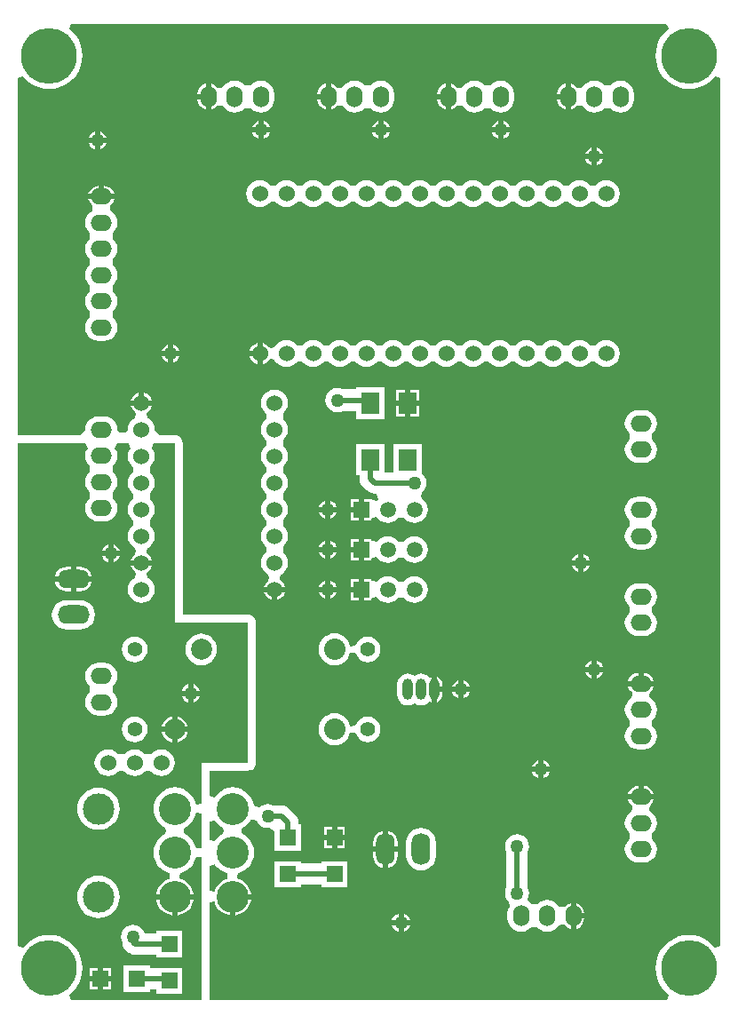
<source format=gtl>
G04 Layer_Physical_Order=1*
G04 Layer_Color=255*
%FSLAX25Y25*%
%MOIN*%
G70*
G01*
G75*
%ADD10R,0.06693X0.07874*%
%ADD11R,0.05906X0.05906*%
%ADD12R,0.05906X0.05906*%
%ADD13C,0.01969*%
%ADD14O,0.06000X0.08000*%
%ADD15O,0.08000X0.06000*%
%ADD16O,0.03937X0.07874*%
%ADD17O,0.03937X0.07874*%
%ADD18C,0.06000*%
%ADD19O,0.12000X0.07000*%
%ADD20C,0.11811*%
%ADD21C,0.12000*%
%ADD22C,0.05906*%
%ADD23C,0.07874*%
%ADD24C,0.08000*%
%ADD25C,0.05512*%
%ADD26C,0.20945*%
%ADD27O,0.07000X0.12000*%
%ADD28C,0.05000*%
G36*
X243973Y365479D02*
X244251Y364142D01*
X243122Y363177D01*
X241847Y361684D01*
X240821Y360011D01*
X240070Y358197D01*
X239612Y356288D01*
X239458Y354331D01*
X239612Y352374D01*
X240070Y350465D01*
X240821Y348651D01*
X241847Y346977D01*
X243122Y345484D01*
X244615Y344209D01*
X246289Y343183D01*
X248102Y342432D01*
X250011Y341974D01*
X251969Y341820D01*
X253926Y341974D01*
X255835Y342432D01*
X257648Y343183D01*
X259322Y344209D01*
X260815Y345484D01*
X261779Y346613D01*
X263117Y346335D01*
X263779Y345920D01*
Y20221D01*
X263117Y19807D01*
X261779Y19529D01*
X260815Y20658D01*
X259322Y21933D01*
X257648Y22958D01*
X255835Y23710D01*
X253926Y24168D01*
X251969Y24322D01*
X250011Y24168D01*
X248102Y23710D01*
X246289Y22958D01*
X244615Y21933D01*
X243122Y20658D01*
X241847Y19165D01*
X240821Y17491D01*
X240070Y15677D01*
X239612Y13768D01*
X239458Y11811D01*
X239612Y9854D01*
X240070Y7945D01*
X240821Y6131D01*
X241847Y4457D01*
X243122Y2964D01*
X244251Y2000D01*
X243973Y663D01*
X243558Y0D01*
X71963D01*
Y36410D01*
X73963Y36706D01*
X74210Y35891D01*
X74860Y34675D01*
X75735Y33609D01*
X76801Y32734D01*
X78017Y32084D01*
X79336Y31684D01*
X79709Y31647D01*
Y38583D01*
X80709D01*
Y39583D01*
X87644D01*
X87607Y39955D01*
X87207Y41274D01*
X86557Y42491D01*
X85682Y43556D01*
X84617Y44431D01*
X83400Y45081D01*
X82615Y45319D01*
X82541Y45739D01*
X82735Y47373D01*
X83785Y47691D01*
X85175Y48434D01*
X86393Y49434D01*
X87393Y50652D01*
X88135Y52042D01*
X88593Y53550D01*
X88747Y55118D01*
X88593Y56686D01*
X88135Y58194D01*
X87393Y59584D01*
X86393Y60802D01*
X85175Y61802D01*
X84272Y62284D01*
X84061Y63125D01*
Y63646D01*
X84272Y64487D01*
X85175Y64970D01*
X86393Y65969D01*
X87393Y67188D01*
X87568Y67516D01*
X88400Y67619D01*
X89734Y67325D01*
X90006Y66668D01*
X90728Y65728D01*
X91668Y65006D01*
X92762Y64553D01*
X93937Y64398D01*
X94484Y64470D01*
X96006Y63512D01*
X96484Y62957D01*
Y55874D01*
X106390D01*
Y65780D01*
X105456D01*
Y66437D01*
X105319Y67477D01*
X104917Y68446D01*
X104279Y69279D01*
X101779Y71779D01*
X100946Y72417D01*
X99977Y72819D01*
X98937Y72956D01*
X95994D01*
X95112Y73321D01*
X93937Y73476D01*
X92762Y73321D01*
X91668Y72868D01*
X90728Y72146D01*
X90711Y72124D01*
X88643Y72715D01*
X88593Y73222D01*
X88135Y74730D01*
X87393Y76120D01*
X86393Y77338D01*
X85175Y78338D01*
X83785Y79080D01*
X82277Y79538D01*
X80709Y79692D01*
X79140Y79538D01*
X77632Y79080D01*
X76243Y78338D01*
X75024Y77338D01*
X74025Y76120D01*
X73963Y76004D01*
X71963Y76505D01*
Y85911D01*
X86437D01*
X87220Y86014D01*
X87950Y86317D01*
X88577Y86797D01*
X89057Y87424D01*
X89360Y88154D01*
X89463Y88937D01*
Y141437D01*
X89360Y142220D01*
X89057Y142950D01*
X88577Y143577D01*
X87950Y144058D01*
X87220Y144360D01*
X86437Y144463D01*
X61963D01*
Y208937D01*
X61860Y209720D01*
X61558Y210450D01*
X61077Y211077D01*
X60450Y211558D01*
X59720Y211860D01*
X58937Y211963D01*
X53156D01*
X53015Y212014D01*
X51480Y213937D01*
X51308Y215242D01*
X50805Y216459D01*
X50003Y217503D01*
X48959Y218304D01*
X48738Y218396D01*
X48557Y219702D01*
X48653Y220596D01*
X49290Y221084D01*
X49931Y221920D01*
X50334Y222893D01*
X50340Y222937D01*
X46437D01*
X42534D01*
X42540Y222893D01*
X42943Y221920D01*
X43584Y221084D01*
X44221Y220596D01*
X44317Y219702D01*
X44136Y218396D01*
X43915Y218304D01*
X42871Y217503D01*
X42070Y216459D01*
X41566Y215242D01*
X41394Y213937D01*
X40652Y213007D01*
X38222D01*
X37480Y213937D01*
X37308Y215242D01*
X36805Y216459D01*
X36003Y217503D01*
X34959Y218304D01*
X33742Y218808D01*
X32437Y218980D01*
X30437D01*
X29132Y218808D01*
X27915Y218304D01*
X26871Y217503D01*
X26070Y216459D01*
X25566Y215242D01*
X25394Y213937D01*
X23859Y212014D01*
X23718Y211963D01*
X0D01*
Y345920D01*
X663Y346335D01*
X2000Y346613D01*
X2964Y345484D01*
X4457Y344209D01*
X6131Y343183D01*
X7945Y342432D01*
X9854Y341974D01*
X11811Y341820D01*
X13768Y341974D01*
X15677Y342432D01*
X17491Y343183D01*
X19165Y344209D01*
X20658Y345484D01*
X21933Y346977D01*
X22958Y348651D01*
X23710Y350465D01*
X24168Y352374D01*
X24322Y354331D01*
X24168Y356288D01*
X23710Y358197D01*
X22958Y360011D01*
X21933Y361684D01*
X20658Y363177D01*
X19529Y364142D01*
X19807Y365479D01*
X20221Y366142D01*
X243558D01*
X243973Y365479D01*
D02*
G37*
G36*
X58937Y141437D02*
X86437D01*
Y88937D01*
X68937D01*
Y73344D01*
X66939Y73222D01*
X66482Y74730D01*
X65739Y76120D01*
X64739Y77338D01*
X63521Y78338D01*
X62131Y79080D01*
X60623Y79538D01*
X59055Y79692D01*
X57487Y79538D01*
X55979Y79080D01*
X54589Y78338D01*
X53371Y77338D01*
X52371Y76120D01*
X51628Y74730D01*
X51171Y73222D01*
X51016Y71653D01*
X51171Y70085D01*
X51628Y68577D01*
X52371Y67188D01*
X53371Y65969D01*
X54589Y64970D01*
X55492Y64487D01*
X55703Y63646D01*
Y63125D01*
X55492Y62284D01*
X54589Y61802D01*
X53371Y60802D01*
X52371Y59584D01*
X51628Y58194D01*
X51171Y56686D01*
X51016Y55118D01*
X51171Y53550D01*
X51628Y52042D01*
X52371Y50652D01*
X53371Y49434D01*
X54589Y48434D01*
X55979Y47691D01*
X57029Y47373D01*
X57223Y45739D01*
X57149Y45319D01*
X56363Y45081D01*
X55147Y44431D01*
X54081Y43556D01*
X53207Y42491D01*
X52557Y41274D01*
X52156Y39955D01*
X52120Y39583D01*
X59055D01*
X65991D01*
X65954Y39955D01*
X65554Y41274D01*
X64904Y42491D01*
X64029Y43556D01*
X62963Y44431D01*
X61747Y45081D01*
X60961Y45319D01*
X60887Y45739D01*
X61082Y47373D01*
X62131Y47691D01*
X63521Y48434D01*
X64739Y49434D01*
X65739Y50652D01*
X66482Y52042D01*
X66939Y53550D01*
X68937Y53428D01*
Y-0D01*
X20221D01*
X19807Y663D01*
X19529Y2000D01*
X20658Y2964D01*
X21933Y4457D01*
X22958Y6131D01*
X23710Y7945D01*
X24168Y9854D01*
X24322Y11811D01*
X24168Y13768D01*
X23710Y15677D01*
X22958Y17491D01*
X21933Y19165D01*
X20658Y20658D01*
X19165Y21933D01*
X17491Y22958D01*
X15677Y23710D01*
X13768Y24168D01*
X11811Y24322D01*
X9854Y24168D01*
X7945Y23710D01*
X6131Y22958D01*
X4457Y21933D01*
X2964Y20658D01*
X2000Y19528D01*
X663Y19807D01*
X-0Y20221D01*
Y208937D01*
X25386D01*
X26316Y206937D01*
X26070Y206616D01*
X25566Y205400D01*
X25394Y204095D01*
X25566Y202789D01*
X26070Y201573D01*
X26871Y200528D01*
X27064Y200381D01*
X27138Y200228D01*
Y198119D01*
X27064Y197966D01*
X26871Y197818D01*
X26070Y196774D01*
X25566Y195557D01*
X25394Y194252D01*
X25566Y192947D01*
X26070Y191730D01*
X26871Y190686D01*
X27064Y190538D01*
X27138Y190385D01*
Y188276D01*
X27064Y188123D01*
X26871Y187976D01*
X26070Y186931D01*
X25566Y185715D01*
X25394Y184409D01*
X25566Y183104D01*
X26070Y181888D01*
X26871Y180843D01*
X27915Y180042D01*
X29132Y179538D01*
X30437Y179366D01*
X32437D01*
X33742Y179538D01*
X34959Y180042D01*
X36003Y180843D01*
X36805Y181888D01*
X37308Y183104D01*
X37480Y184409D01*
X37308Y185715D01*
X36805Y186931D01*
X36003Y187976D01*
X35811Y188123D01*
X35737Y188276D01*
Y190385D01*
X35811Y190538D01*
X36003Y190686D01*
X36805Y191730D01*
X37308Y192947D01*
X37480Y194252D01*
X37308Y195557D01*
X36805Y196774D01*
X36003Y197818D01*
X35811Y197966D01*
X35737Y198119D01*
Y200228D01*
X35811Y200381D01*
X36003Y200528D01*
X36805Y201573D01*
X37308Y202789D01*
X37480Y204095D01*
X37308Y205400D01*
X36805Y206616D01*
X36558Y206937D01*
X37488Y208937D01*
X41565D01*
X41729Y208757D01*
X42437Y206937D01*
X42070Y206459D01*
X41566Y205242D01*
X41394Y203937D01*
X41566Y202632D01*
X42070Y201415D01*
X42871Y200371D01*
X43154Y200154D01*
X43290Y199824D01*
Y198050D01*
X43154Y197720D01*
X42871Y197503D01*
X42070Y196459D01*
X41566Y195242D01*
X41394Y193937D01*
X41566Y192632D01*
X42070Y191415D01*
X42871Y190371D01*
X43154Y190154D01*
X43290Y189824D01*
Y188050D01*
X43154Y187720D01*
X42871Y187503D01*
X42070Y186459D01*
X41566Y185242D01*
X41394Y183937D01*
X41566Y182632D01*
X42070Y181415D01*
X42871Y180371D01*
X43154Y180154D01*
X43290Y179824D01*
Y178050D01*
X43154Y177720D01*
X42871Y177503D01*
X42070Y176459D01*
X41566Y175242D01*
X41394Y173937D01*
X41566Y172632D01*
X42070Y171415D01*
X42871Y170371D01*
X43915Y169570D01*
X44136Y169478D01*
X44317Y168172D01*
X44221Y167278D01*
X43584Y166790D01*
X42943Y165954D01*
X42540Y164981D01*
X42534Y164937D01*
X46437D01*
X50340D01*
X50334Y164981D01*
X49931Y165954D01*
X49290Y166790D01*
X48653Y167278D01*
X48557Y168172D01*
X48738Y169478D01*
X48959Y169570D01*
X50003Y170371D01*
X50805Y171415D01*
X51308Y172632D01*
X51480Y173937D01*
X51308Y175242D01*
X50805Y176459D01*
X50003Y177503D01*
X49720Y177720D01*
X49584Y178050D01*
Y179824D01*
X49720Y180154D01*
X50003Y180371D01*
X50805Y181415D01*
X51308Y182632D01*
X51480Y183937D01*
X51308Y185242D01*
X50805Y186459D01*
X50003Y187503D01*
X49720Y187720D01*
X49584Y188050D01*
Y189824D01*
X49720Y190154D01*
X50003Y190371D01*
X50805Y191415D01*
X51308Y192632D01*
X51480Y193937D01*
X51308Y195242D01*
X50805Y196459D01*
X50003Y197503D01*
X49720Y197720D01*
X49584Y198050D01*
Y199824D01*
X49720Y200154D01*
X50003Y200371D01*
X50805Y201415D01*
X51308Y202632D01*
X51480Y203937D01*
X51308Y205242D01*
X50805Y206459D01*
X50437Y206937D01*
X51145Y208757D01*
X51309Y208937D01*
X58937D01*
Y141437D01*
D02*
G37*
G36*
X74025Y67188D02*
X75024Y65969D01*
X76243Y64970D01*
X77145Y64487D01*
X77356Y63646D01*
Y63125D01*
X77145Y62284D01*
X76243Y61802D01*
X75024Y60802D01*
X74025Y59584D01*
X73963Y59469D01*
X71963Y59970D01*
Y66802D01*
X73963Y67303D01*
X74025Y67188D01*
D02*
G37*
G36*
X68937Y69963D02*
Y56809D01*
X66939Y56686D01*
X66482Y58194D01*
X65739Y59584D01*
X64739Y60802D01*
X63521Y61802D01*
X62619Y62284D01*
X62408Y63125D01*
Y63646D01*
X62619Y64487D01*
X63521Y64970D01*
X64739Y65969D01*
X65739Y67188D01*
X66482Y68577D01*
X66939Y70085D01*
X68937Y69963D01*
D02*
G37*
G36*
X74025Y50652D02*
X75024Y49434D01*
X76243Y48434D01*
X77632Y47691D01*
X78682Y47373D01*
X78876Y45739D01*
X78802Y45319D01*
X78017Y45081D01*
X76801Y44431D01*
X75735Y43556D01*
X74860Y42491D01*
X74210Y41274D01*
X73963Y40459D01*
X71963Y40756D01*
Y50267D01*
X73963Y50768D01*
X74025Y50652D01*
D02*
G37*
%LPC*%
G36*
X226279Y344980D02*
X224974Y344808D01*
X223758Y344304D01*
X222713Y343503D01*
X222566Y343310D01*
X222413Y343236D01*
X220304D01*
X220151Y343310D01*
X220003Y343503D01*
X218959Y344304D01*
X217742Y344808D01*
X216437Y344980D01*
X215132Y344808D01*
X213915Y344304D01*
X212871Y343503D01*
X212070Y342459D01*
X212057Y342428D01*
X211144Y342209D01*
X209834Y342287D01*
X209447Y342790D01*
X208612Y343431D01*
X207639Y343834D01*
X207594Y343840D01*
Y338937D01*
Y334034D01*
X207639Y334040D01*
X208612Y334443D01*
X209447Y335084D01*
X209834Y335587D01*
X211144Y335665D01*
X212057Y335446D01*
X212070Y335415D01*
X212871Y334371D01*
X213915Y333570D01*
X215132Y333066D01*
X216437Y332894D01*
X217742Y333066D01*
X218959Y333570D01*
X220003Y334371D01*
X220151Y334563D01*
X220304Y334637D01*
X222413D01*
X222566Y334563D01*
X222713Y334371D01*
X223758Y333570D01*
X224974Y333066D01*
X226279Y332894D01*
X227585Y333066D01*
X228801Y333570D01*
X229846Y334371D01*
X230647Y335415D01*
X231151Y336632D01*
X231323Y337937D01*
Y339937D01*
X231151Y341242D01*
X230647Y342459D01*
X229846Y343503D01*
X228801Y344304D01*
X227585Y344808D01*
X226279Y344980D01*
D02*
G37*
G36*
X181280D02*
X179974Y344808D01*
X178758Y344304D01*
X177714Y343503D01*
X177566Y343310D01*
X177413Y343236D01*
X175304D01*
X175151Y343310D01*
X175003Y343503D01*
X173959Y344304D01*
X172742Y344808D01*
X171437Y344980D01*
X170132Y344808D01*
X168915Y344304D01*
X167871Y343503D01*
X167069Y342459D01*
X167057Y342428D01*
X166144Y342209D01*
X164833Y342287D01*
X164447Y342790D01*
X163612Y343431D01*
X162639Y343834D01*
X162594Y343840D01*
Y338937D01*
Y334034D01*
X162639Y334040D01*
X163612Y334443D01*
X164447Y335084D01*
X164833Y335587D01*
X166144Y335665D01*
X167057Y335446D01*
X167069Y335415D01*
X167871Y334371D01*
X168915Y333570D01*
X170132Y333066D01*
X171437Y332894D01*
X172742Y333066D01*
X173959Y333570D01*
X175003Y334371D01*
X175151Y334563D01*
X175304Y334637D01*
X177413D01*
X177566Y334563D01*
X177714Y334371D01*
X178758Y333570D01*
X179974Y333066D01*
X181280Y332894D01*
X182585Y333066D01*
X183801Y333570D01*
X184846Y334371D01*
X185647Y335415D01*
X186151Y336632D01*
X186323Y337937D01*
Y339937D01*
X186151Y341242D01*
X185647Y342459D01*
X184846Y343503D01*
X183801Y344304D01*
X182585Y344808D01*
X181280Y344980D01*
D02*
G37*
G36*
X136279D02*
X134974Y344808D01*
X133758Y344304D01*
X132713Y343503D01*
X132566Y343310D01*
X132413Y343236D01*
X130304D01*
X130151Y343310D01*
X130003Y343503D01*
X128959Y344304D01*
X127742Y344808D01*
X126437Y344980D01*
X125132Y344808D01*
X123915Y344304D01*
X122871Y343503D01*
X122070Y342459D01*
X122057Y342428D01*
X121144Y342209D01*
X119834Y342287D01*
X119447Y342790D01*
X118612Y343431D01*
X117639Y343834D01*
X117595Y343840D01*
Y338937D01*
Y334034D01*
X117639Y334040D01*
X118612Y334443D01*
X119447Y335084D01*
X119834Y335587D01*
X121144Y335665D01*
X122057Y335446D01*
X122070Y335415D01*
X122871Y334371D01*
X123915Y333570D01*
X125132Y333066D01*
X126437Y332894D01*
X127742Y333066D01*
X128959Y333570D01*
X130003Y334371D01*
X130151Y334563D01*
X130304Y334637D01*
X132413D01*
X132566Y334563D01*
X132713Y334371D01*
X133758Y333570D01*
X134974Y333066D01*
X136279Y332894D01*
X137585Y333066D01*
X138801Y333570D01*
X139846Y334371D01*
X140647Y335415D01*
X141151Y336632D01*
X141323Y337937D01*
Y339937D01*
X141151Y341242D01*
X140647Y342459D01*
X139846Y343503D01*
X138801Y344304D01*
X137585Y344808D01*
X136279Y344980D01*
D02*
G37*
G36*
X91280D02*
X89974Y344808D01*
X88758Y344304D01*
X87713Y343503D01*
X87566Y343310D01*
X87413Y343236D01*
X85304D01*
X85151Y343310D01*
X85003Y343503D01*
X83959Y344304D01*
X82742Y344808D01*
X81437Y344980D01*
X80132Y344808D01*
X78915Y344304D01*
X77871Y343503D01*
X77069Y342459D01*
X77057Y342428D01*
X76144Y342209D01*
X74834Y342287D01*
X74447Y342790D01*
X73612Y343431D01*
X72639Y343834D01*
X72594Y343840D01*
Y338937D01*
Y334034D01*
X72639Y334040D01*
X73612Y334443D01*
X74447Y335084D01*
X74834Y335587D01*
X76144Y335665D01*
X77057Y335446D01*
X77069Y335415D01*
X77871Y334371D01*
X78915Y333570D01*
X80132Y333066D01*
X81437Y332894D01*
X82742Y333066D01*
X83959Y333570D01*
X85003Y334371D01*
X85151Y334563D01*
X85304Y334637D01*
X87413D01*
X87566Y334563D01*
X87713Y334371D01*
X88758Y333570D01*
X89974Y333066D01*
X91280Y332894D01*
X92585Y333066D01*
X93801Y333570D01*
X94846Y334371D01*
X95647Y335415D01*
X96151Y336632D01*
X96323Y337937D01*
Y339937D01*
X96151Y341242D01*
X95647Y342459D01*
X94846Y343503D01*
X93801Y344304D01*
X92585Y344808D01*
X91280Y344980D01*
D02*
G37*
G36*
X115594Y343840D02*
X115550Y343834D01*
X114577Y343431D01*
X113742Y342790D01*
X113101Y341954D01*
X112697Y340981D01*
X112560Y339937D01*
D01*
X115594D01*
Y343840D01*
D02*
G37*
G36*
X160594D02*
X160550Y343834D01*
X159577Y343431D01*
X158742Y342790D01*
X158100Y341954D01*
X157697Y340981D01*
X157560Y339937D01*
D01*
X160594D01*
Y343840D01*
D02*
G37*
G36*
X70595D02*
X70550Y343834D01*
X69577Y343431D01*
X68742Y342790D01*
X68101Y341954D01*
X67697Y340981D01*
X67560Y339937D01*
D01*
X70595D01*
Y343840D01*
D02*
G37*
G36*
X205594D02*
X205550Y343834D01*
X204577Y343431D01*
X203742Y342790D01*
X203100Y341954D01*
X202697Y340981D01*
X202560Y339937D01*
D01*
X205594D01*
Y343840D01*
D02*
G37*
G36*
Y337937D02*
X202560D01*
X202697Y336893D01*
X203100Y335920D01*
X203742Y335084D01*
X204577Y334443D01*
X205550Y334040D01*
X205594Y334034D01*
Y337937D01*
D02*
G37*
G36*
X160594D02*
X157560D01*
X157697Y336893D01*
X158100Y335920D01*
X158742Y335084D01*
X159577Y334443D01*
X160550Y334040D01*
X160594Y334034D01*
Y337937D01*
D02*
G37*
G36*
X115594D02*
X112560D01*
X112697Y336893D01*
X113101Y335920D01*
X113742Y335084D01*
X114577Y334443D01*
X115550Y334040D01*
X115594Y334034D01*
Y337937D01*
D02*
G37*
G36*
X70595D02*
X67560D01*
X67697Y336893D01*
X68101Y335920D01*
X68742Y335084D01*
X69577Y334443D01*
X70550Y334040D01*
X70595Y334034D01*
Y337937D01*
D02*
G37*
G36*
X182437Y329811D02*
Y327437D01*
X184811D01*
X184494Y328202D01*
X183933Y328933D01*
X183202Y329494D01*
X182437Y329811D01*
D02*
G37*
G36*
X180437D02*
X179672Y329494D01*
X178941Y328933D01*
X178380Y328202D01*
X178063Y327437D01*
X180437D01*
Y329811D01*
D02*
G37*
G36*
X137437D02*
Y327437D01*
X139811D01*
X139494Y328202D01*
X138933Y328933D01*
X138202Y329494D01*
X137437Y329811D01*
D02*
G37*
G36*
X135437D02*
X134672Y329494D01*
X133941Y328933D01*
X133380Y328202D01*
X133063Y327437D01*
X135437D01*
Y329811D01*
D02*
G37*
G36*
X92437D02*
Y327437D01*
X94811D01*
X94494Y328202D01*
X93933Y328933D01*
X93202Y329494D01*
X92437Y329811D01*
D02*
G37*
G36*
X90437D02*
X89672Y329494D01*
X88941Y328933D01*
X88380Y328202D01*
X88063Y327437D01*
X90437D01*
Y329811D01*
D02*
G37*
G36*
X31000Y325874D02*
Y323500D01*
X33374D01*
X33057Y324265D01*
X32496Y324996D01*
X31765Y325557D01*
X31000Y325874D01*
D02*
G37*
G36*
X29000D02*
X28235Y325557D01*
X27504Y324996D01*
X26943Y324265D01*
X26626Y323500D01*
X29000D01*
Y325874D01*
D02*
G37*
G36*
X184811Y325437D02*
X182437D01*
Y323063D01*
X183202Y323380D01*
X183933Y323941D01*
X184494Y324672D01*
X184811Y325437D01*
D02*
G37*
G36*
X180437D02*
X178063D01*
X178380Y324672D01*
X178941Y323941D01*
X179672Y323380D01*
X180437Y323063D01*
Y325437D01*
D02*
G37*
G36*
X139811D02*
X137437D01*
Y323063D01*
X138202Y323380D01*
X138933Y323941D01*
X139494Y324672D01*
X139811Y325437D01*
D02*
G37*
G36*
X135437D02*
X133063D01*
X133380Y324672D01*
X133941Y323941D01*
X134672Y323380D01*
X135437Y323063D01*
Y325437D01*
D02*
G37*
G36*
X94811D02*
X92437D01*
Y323063D01*
X93202Y323380D01*
X93933Y323941D01*
X94494Y324672D01*
X94811Y325437D01*
D02*
G37*
G36*
X90437D02*
X88063D01*
X88380Y324672D01*
X88941Y323941D01*
X89672Y323380D01*
X90437Y323063D01*
Y325437D01*
D02*
G37*
G36*
X33374Y321500D02*
X31000D01*
Y319126D01*
X31765Y319443D01*
X32496Y320004D01*
X33057Y320735D01*
X33374Y321500D01*
D02*
G37*
G36*
X29000D02*
X26626D01*
X26943Y320735D01*
X27504Y320004D01*
X28235Y319443D01*
X29000Y319126D01*
Y321500D01*
D02*
G37*
G36*
X217437Y319811D02*
Y317437D01*
X219811D01*
X219494Y318202D01*
X218933Y318933D01*
X218202Y319494D01*
X217437Y319811D01*
D02*
G37*
G36*
X215437D02*
X214672Y319494D01*
X213941Y318933D01*
X213380Y318202D01*
X213063Y317437D01*
X215437D01*
Y319811D01*
D02*
G37*
G36*
X219811Y315437D02*
X217437D01*
Y313063D01*
X218202Y313380D01*
X218933Y313941D01*
X219494Y314672D01*
X219811Y315437D01*
D02*
G37*
G36*
X215437D02*
X213063D01*
X213380Y314672D01*
X213941Y313941D01*
X214672Y313380D01*
X215437Y313063D01*
Y315437D01*
D02*
G37*
G36*
X220921Y307543D02*
X219616Y307371D01*
X218400Y306868D01*
X217355Y306066D01*
X217138Y305783D01*
X216809Y305647D01*
X215034D01*
X214704Y305783D01*
X214487Y306066D01*
X213443Y306868D01*
X212227Y307371D01*
X210921Y307543D01*
X209616Y307371D01*
X208400Y306868D01*
X207355Y306066D01*
X207138Y305783D01*
X206809Y305647D01*
X205034D01*
X204704Y305783D01*
X204487Y306066D01*
X203443Y306868D01*
X202226Y307371D01*
X200921Y307543D01*
X199616Y307371D01*
X198400Y306868D01*
X197355Y306066D01*
X197138Y305783D01*
X196809Y305647D01*
X195034D01*
X194704Y305783D01*
X194487Y306066D01*
X193443Y306868D01*
X192227Y307371D01*
X190921Y307543D01*
X189616Y307371D01*
X188400Y306868D01*
X187355Y306066D01*
X187138Y305783D01*
X186809Y305647D01*
X185034D01*
X184704Y305783D01*
X184487Y306066D01*
X183443Y306868D01*
X182227Y307371D01*
X180921Y307543D01*
X179616Y307371D01*
X178400Y306868D01*
X177355Y306066D01*
X177138Y305783D01*
X176809Y305647D01*
X175034D01*
X174704Y305783D01*
X174487Y306066D01*
X173443Y306868D01*
X172227Y307371D01*
X170921Y307543D01*
X169616Y307371D01*
X168400Y306868D01*
X167355Y306066D01*
X167138Y305783D01*
X166809Y305647D01*
X165034D01*
X164704Y305783D01*
X164487Y306066D01*
X163443Y306868D01*
X162226Y307371D01*
X160921Y307543D01*
X159616Y307371D01*
X158400Y306868D01*
X157355Y306066D01*
X157138Y305783D01*
X156809Y305647D01*
X155034D01*
X154704Y305783D01*
X154487Y306066D01*
X153443Y306868D01*
X152226Y307371D01*
X150921Y307543D01*
X149616Y307371D01*
X148400Y306868D01*
X147355Y306066D01*
X147138Y305783D01*
X146809Y305647D01*
X145034D01*
X144704Y305783D01*
X144487Y306066D01*
X143443Y306868D01*
X142227Y307371D01*
X140921Y307543D01*
X139616Y307371D01*
X138400Y306868D01*
X137355Y306066D01*
X137138Y305783D01*
X136809Y305647D01*
X135034D01*
X134704Y305783D01*
X134487Y306066D01*
X133443Y306868D01*
X132227Y307371D01*
X130921Y307543D01*
X129616Y307371D01*
X128400Y306868D01*
X127355Y306066D01*
X127138Y305783D01*
X126809Y305647D01*
X125034D01*
X124704Y305783D01*
X124487Y306066D01*
X123443Y306868D01*
X122227Y307371D01*
X120921Y307543D01*
X119616Y307371D01*
X118400Y306868D01*
X117355Y306066D01*
X117138Y305783D01*
X116809Y305647D01*
X115034D01*
X114704Y305783D01*
X114487Y306066D01*
X113443Y306868D01*
X112226Y307371D01*
X110921Y307543D01*
X109616Y307371D01*
X108400Y306868D01*
X107355Y306066D01*
X107138Y305783D01*
X106809Y305647D01*
X105034D01*
X104704Y305783D01*
X104487Y306066D01*
X103443Y306868D01*
X102226Y307371D01*
X100921Y307543D01*
X99616Y307371D01*
X98400Y306868D01*
X97355Y306066D01*
X97138Y305783D01*
X96809Y305647D01*
X95034D01*
X94704Y305783D01*
X94487Y306066D01*
X93443Y306868D01*
X92226Y307371D01*
X90921Y307543D01*
X89616Y307371D01*
X88400Y306868D01*
X87355Y306066D01*
X86554Y305022D01*
X86050Y303805D01*
X85878Y302500D01*
X86050Y301195D01*
X86554Y299978D01*
X87355Y298934D01*
X88400Y298132D01*
X89616Y297629D01*
X90921Y297457D01*
X92226Y297629D01*
X93443Y298132D01*
X94487Y298934D01*
X94704Y299217D01*
X95034Y299353D01*
X96809D01*
X97138Y299217D01*
X97355Y298934D01*
X98400Y298132D01*
X99616Y297629D01*
X100921Y297457D01*
X102226Y297629D01*
X103443Y298132D01*
X104487Y298934D01*
X104704Y299217D01*
X105034Y299353D01*
X106809D01*
X107138Y299217D01*
X107355Y298934D01*
X108400Y298132D01*
X109616Y297629D01*
X110921Y297457D01*
X112226Y297629D01*
X113443Y298132D01*
X114487Y298934D01*
X114704Y299217D01*
X115034Y299353D01*
X116809D01*
X117138Y299217D01*
X117355Y298934D01*
X118400Y298132D01*
X119616Y297629D01*
X120921Y297457D01*
X122227Y297629D01*
X123443Y298132D01*
X124487Y298934D01*
X124704Y299217D01*
X125034Y299353D01*
X126809D01*
X127138Y299217D01*
X127355Y298934D01*
X128400Y298132D01*
X129616Y297629D01*
X130921Y297457D01*
X132227Y297629D01*
X133443Y298132D01*
X134487Y298934D01*
X134704Y299217D01*
X135034Y299353D01*
X136809D01*
X137138Y299217D01*
X137355Y298934D01*
X138400Y298132D01*
X139616Y297629D01*
X140921Y297457D01*
X142227Y297629D01*
X143443Y298132D01*
X144487Y298934D01*
X144704Y299217D01*
X145034Y299353D01*
X146809D01*
X147138Y299217D01*
X147355Y298934D01*
X148400Y298132D01*
X149616Y297629D01*
X150921Y297457D01*
X152226Y297629D01*
X153443Y298132D01*
X154487Y298934D01*
X154704Y299217D01*
X155034Y299353D01*
X156809D01*
X157138Y299217D01*
X157355Y298934D01*
X158400Y298132D01*
X159616Y297629D01*
X160921Y297457D01*
X162226Y297629D01*
X163443Y298132D01*
X164487Y298934D01*
X164704Y299217D01*
X165034Y299353D01*
X166809D01*
X167138Y299217D01*
X167355Y298934D01*
X168400Y298132D01*
X169616Y297629D01*
X170921Y297457D01*
X172227Y297629D01*
X173443Y298132D01*
X174487Y298934D01*
X174704Y299217D01*
X175034Y299353D01*
X176809D01*
X177138Y299217D01*
X177355Y298934D01*
X178400Y298132D01*
X179616Y297629D01*
X180921Y297457D01*
X182227Y297629D01*
X183443Y298132D01*
X184487Y298934D01*
X184704Y299217D01*
X185034Y299353D01*
X186809D01*
X187138Y299217D01*
X187355Y298934D01*
X188400Y298132D01*
X189616Y297629D01*
X190921Y297457D01*
X192227Y297629D01*
X193443Y298132D01*
X194487Y298934D01*
X194704Y299217D01*
X195034Y299353D01*
X196809D01*
X197138Y299217D01*
X197355Y298934D01*
X198400Y298132D01*
X199616Y297629D01*
X200921Y297457D01*
X202226Y297629D01*
X203443Y298132D01*
X204487Y298934D01*
X204704Y299217D01*
X205034Y299353D01*
X206809D01*
X207138Y299217D01*
X207355Y298934D01*
X208400Y298132D01*
X209616Y297629D01*
X210921Y297457D01*
X212227Y297629D01*
X213443Y298132D01*
X214487Y298934D01*
X214704Y299217D01*
X215034Y299353D01*
X216809D01*
X217138Y299217D01*
X217355Y298934D01*
X218400Y298132D01*
X219616Y297629D01*
X220921Y297457D01*
X222227Y297629D01*
X223443Y298132D01*
X224487Y298934D01*
X225289Y299978D01*
X225793Y301195D01*
X225964Y302500D01*
X225793Y303805D01*
X225289Y305022D01*
X224487Y306066D01*
X223443Y306868D01*
X222227Y307371D01*
X220921Y307543D01*
D02*
G37*
G36*
X32437Y305471D02*
D01*
Y302437D01*
X36340D01*
X36334Y302481D01*
X35931Y303454D01*
X35290Y304290D01*
X34454Y304931D01*
X33481Y305334D01*
X32437Y305471D01*
D02*
G37*
G36*
X30437D02*
X29393Y305334D01*
X28420Y304931D01*
X27584Y304290D01*
X26943Y303454D01*
X26540Y302481D01*
X26534Y302437D01*
X30437D01*
Y305471D01*
D02*
G37*
G36*
X36340Y300437D02*
X31437D01*
X26534D01*
X26540Y300393D01*
X26943Y299420D01*
X27584Y298584D01*
X28087Y298198D01*
X28166Y296887D01*
X27946Y295974D01*
X27915Y295962D01*
X26871Y295161D01*
X26070Y294116D01*
X25566Y292900D01*
X25394Y291595D01*
X25566Y290289D01*
X26070Y289073D01*
X26871Y288029D01*
X27064Y287881D01*
X27138Y287728D01*
Y285619D01*
X27064Y285466D01*
X26871Y285318D01*
X26070Y284274D01*
X25566Y283057D01*
X25394Y281752D01*
X25566Y280447D01*
X26070Y279230D01*
X26871Y278186D01*
X27064Y278038D01*
X27138Y277885D01*
Y275776D01*
X27064Y275623D01*
X26871Y275476D01*
X26070Y274431D01*
X25566Y273215D01*
X25394Y271909D01*
X25566Y270604D01*
X26070Y269388D01*
X26871Y268343D01*
X27064Y268196D01*
X27138Y268043D01*
Y265934D01*
X27064Y265781D01*
X26871Y265633D01*
X26070Y264588D01*
X25566Y263372D01*
X25394Y262067D01*
X25566Y260762D01*
X26070Y259545D01*
X26871Y258501D01*
X27064Y258353D01*
X27138Y258200D01*
Y256091D01*
X27064Y255938D01*
X26871Y255790D01*
X26070Y254746D01*
X25566Y253530D01*
X25394Y252224D01*
X25566Y250919D01*
X26070Y249703D01*
X26871Y248658D01*
X27915Y247857D01*
X29132Y247353D01*
X30437Y247181D01*
X32437D01*
X33742Y247353D01*
X34959Y247857D01*
X36003Y248658D01*
X36805Y249703D01*
X37308Y250919D01*
X37480Y252224D01*
X37308Y253530D01*
X36805Y254746D01*
X36003Y255790D01*
X35811Y255938D01*
X35737Y256091D01*
Y258200D01*
X35811Y258353D01*
X36003Y258501D01*
X36805Y259545D01*
X37308Y260762D01*
X37480Y262067D01*
X37308Y263372D01*
X36805Y264588D01*
X36003Y265633D01*
X35811Y265781D01*
X35737Y265934D01*
Y268043D01*
X35811Y268196D01*
X36003Y268343D01*
X36805Y269388D01*
X37308Y270604D01*
X37480Y271909D01*
X37308Y273215D01*
X36805Y274431D01*
X36003Y275476D01*
X35811Y275623D01*
X35737Y275776D01*
Y277885D01*
X35811Y278038D01*
X36003Y278186D01*
X36805Y279230D01*
X37308Y280447D01*
X37480Y281752D01*
X37308Y283057D01*
X36805Y284274D01*
X36003Y285318D01*
X35811Y285466D01*
X35737Y285619D01*
Y287728D01*
X35811Y287881D01*
X36003Y288029D01*
X36805Y289073D01*
X37308Y290289D01*
X37480Y291595D01*
X37308Y292900D01*
X36805Y294116D01*
X36003Y295161D01*
X34959Y295962D01*
X34928Y295974D01*
X34708Y296887D01*
X34787Y298198D01*
X35290Y298584D01*
X35931Y299420D01*
X36334Y300393D01*
X36340Y300437D01*
D02*
G37*
G36*
X220921Y247543D02*
X219616Y247371D01*
X218400Y246867D01*
X217355Y246066D01*
X217138Y245783D01*
X216809Y245647D01*
X215034D01*
X214704Y245783D01*
X214487Y246066D01*
X213443Y246867D01*
X212227Y247371D01*
X210921Y247543D01*
X209616Y247371D01*
X208400Y246867D01*
X207355Y246066D01*
X207138Y245783D01*
X206809Y245647D01*
X205034D01*
X204704Y245783D01*
X204487Y246066D01*
X203443Y246867D01*
X202226Y247371D01*
X200921Y247543D01*
X199616Y247371D01*
X198400Y246867D01*
X197355Y246066D01*
X197138Y245783D01*
X196809Y245647D01*
X195034D01*
X194704Y245783D01*
X194487Y246066D01*
X193443Y246867D01*
X192227Y247371D01*
X190921Y247543D01*
X189616Y247371D01*
X188400Y246867D01*
X187355Y246066D01*
X187138Y245783D01*
X186809Y245647D01*
X185034D01*
X184704Y245783D01*
X184487Y246066D01*
X183443Y246867D01*
X182227Y247371D01*
X180921Y247543D01*
X179616Y247371D01*
X178400Y246867D01*
X177355Y246066D01*
X177138Y245783D01*
X176809Y245647D01*
X175034D01*
X174704Y245783D01*
X174487Y246066D01*
X173443Y246867D01*
X172227Y247371D01*
X170921Y247543D01*
X169616Y247371D01*
X168400Y246867D01*
X167355Y246066D01*
X167138Y245783D01*
X166809Y245647D01*
X165034D01*
X164704Y245783D01*
X164487Y246066D01*
X163443Y246867D01*
X162226Y247371D01*
X160921Y247543D01*
X159616Y247371D01*
X158400Y246867D01*
X157355Y246066D01*
X157138Y245783D01*
X156809Y245647D01*
X155034D01*
X154704Y245783D01*
X154487Y246066D01*
X153443Y246867D01*
X152226Y247371D01*
X150921Y247543D01*
X149616Y247371D01*
X148400Y246867D01*
X147355Y246066D01*
X147138Y245783D01*
X146809Y245647D01*
X145034D01*
X144704Y245783D01*
X144487Y246066D01*
X143443Y246867D01*
X142227Y247371D01*
X140921Y247543D01*
X139616Y247371D01*
X138400Y246867D01*
X137355Y246066D01*
X137138Y245783D01*
X136809Y245647D01*
X135034D01*
X134704Y245783D01*
X134487Y246066D01*
X133443Y246867D01*
X132227Y247371D01*
X130921Y247543D01*
X129616Y247371D01*
X128400Y246867D01*
X127355Y246066D01*
X127138Y245783D01*
X126809Y245647D01*
X125034D01*
X124704Y245783D01*
X124487Y246066D01*
X123443Y246867D01*
X122227Y247371D01*
X120921Y247543D01*
X119616Y247371D01*
X118400Y246867D01*
X117355Y246066D01*
X117138Y245783D01*
X116809Y245647D01*
X115034D01*
X114704Y245783D01*
X114487Y246066D01*
X113443Y246867D01*
X112226Y247371D01*
X110921Y247543D01*
X109616Y247371D01*
X108400Y246867D01*
X107355Y246066D01*
X107138Y245783D01*
X106809Y245647D01*
X105034D01*
X104704Y245783D01*
X104487Y246066D01*
X103443Y246867D01*
X102226Y247371D01*
X100921Y247543D01*
X99616Y247371D01*
X98400Y246867D01*
X97355Y246066D01*
X96554Y245022D01*
X96463Y244801D01*
X95156Y244620D01*
X94262Y244716D01*
X93774Y245353D01*
X92939Y245994D01*
X91966Y246397D01*
X91921Y246403D01*
Y242500D01*
Y238597D01*
X91966Y238603D01*
X92939Y239006D01*
X93774Y239647D01*
X94262Y240284D01*
X95156Y240380D01*
X96463Y240199D01*
X96554Y239978D01*
X97355Y238934D01*
X98400Y238133D01*
X99616Y237629D01*
X100921Y237457D01*
X102226Y237629D01*
X103443Y238133D01*
X104487Y238934D01*
X104704Y239217D01*
X105034Y239353D01*
X106809D01*
X107138Y239217D01*
X107355Y238934D01*
X108400Y238133D01*
X109616Y237629D01*
X110921Y237457D01*
X112226Y237629D01*
X113443Y238133D01*
X114487Y238934D01*
X114704Y239217D01*
X115034Y239353D01*
X116809D01*
X117138Y239217D01*
X117355Y238934D01*
X118400Y238133D01*
X119616Y237629D01*
X120921Y237457D01*
X122227Y237629D01*
X123443Y238133D01*
X124487Y238934D01*
X124704Y239217D01*
X125034Y239353D01*
X126809D01*
X127138Y239217D01*
X127355Y238934D01*
X128400Y238133D01*
X129616Y237629D01*
X130921Y237457D01*
X132227Y237629D01*
X133443Y238133D01*
X134487Y238934D01*
X134704Y239217D01*
X135034Y239353D01*
X136809D01*
X137138Y239217D01*
X137355Y238934D01*
X138400Y238133D01*
X139616Y237629D01*
X140921Y237457D01*
X142227Y237629D01*
X143443Y238133D01*
X144487Y238934D01*
X144704Y239217D01*
X145034Y239353D01*
X146809D01*
X147138Y239217D01*
X147355Y238934D01*
X148400Y238133D01*
X149616Y237629D01*
X150921Y237457D01*
X152226Y237629D01*
X153443Y238133D01*
X154487Y238934D01*
X154704Y239217D01*
X155034Y239353D01*
X156809D01*
X157138Y239217D01*
X157355Y238934D01*
X158400Y238133D01*
X159616Y237629D01*
X160921Y237457D01*
X162226Y237629D01*
X163443Y238133D01*
X164487Y238934D01*
X164704Y239217D01*
X165034Y239353D01*
X166809D01*
X167138Y239217D01*
X167355Y238934D01*
X168400Y238133D01*
X169616Y237629D01*
X170921Y237457D01*
X172227Y237629D01*
X173443Y238133D01*
X174487Y238934D01*
X174704Y239217D01*
X175034Y239353D01*
X176809D01*
X177138Y239217D01*
X177355Y238934D01*
X178400Y238133D01*
X179616Y237629D01*
X180921Y237457D01*
X182227Y237629D01*
X183443Y238133D01*
X184487Y238934D01*
X184704Y239217D01*
X185034Y239353D01*
X186809D01*
X187138Y239217D01*
X187355Y238934D01*
X188400Y238133D01*
X189616Y237629D01*
X190921Y237457D01*
X192227Y237629D01*
X193443Y238133D01*
X194487Y238934D01*
X194704Y239217D01*
X195034Y239353D01*
X196809D01*
X197138Y239217D01*
X197355Y238934D01*
X198400Y238133D01*
X199616Y237629D01*
X200921Y237457D01*
X202226Y237629D01*
X203443Y238133D01*
X204487Y238934D01*
X204704Y239217D01*
X205034Y239353D01*
X206809D01*
X207138Y239217D01*
X207355Y238934D01*
X208400Y238133D01*
X209616Y237629D01*
X210921Y237457D01*
X212227Y237629D01*
X213443Y238133D01*
X214487Y238934D01*
X214704Y239217D01*
X215034Y239353D01*
X216809D01*
X217138Y239217D01*
X217355Y238934D01*
X218400Y238133D01*
X219616Y237629D01*
X220921Y237457D01*
X222227Y237629D01*
X223443Y238133D01*
X224487Y238934D01*
X225289Y239978D01*
X225793Y241195D01*
X225964Y242500D01*
X225793Y243805D01*
X225289Y245022D01*
X224487Y246066D01*
X223443Y246867D01*
X222227Y247371D01*
X220921Y247543D01*
D02*
G37*
G36*
X89921Y246403D02*
X89877Y246397D01*
X88904Y245994D01*
X88068Y245353D01*
X87427Y244517D01*
X87024Y243544D01*
X87018Y243500D01*
X89921D01*
Y246403D01*
D02*
G37*
G36*
X58500Y245874D02*
Y243500D01*
X60874D01*
X60557Y244265D01*
X59996Y244996D01*
X59265Y245557D01*
X58500Y245874D01*
D02*
G37*
G36*
X56500D02*
X55735Y245557D01*
X55004Y244996D01*
X54443Y244265D01*
X54126Y243500D01*
X56500D01*
Y245874D01*
D02*
G37*
G36*
X60874Y241500D02*
X58500D01*
Y239126D01*
X59265Y239443D01*
X59996Y240004D01*
X60557Y240735D01*
X60874Y241500D01*
D02*
G37*
G36*
X56500D02*
X54126D01*
X54443Y240735D01*
X55004Y240004D01*
X55735Y239443D01*
X56500Y239126D01*
Y241500D01*
D02*
G37*
G36*
X89921Y241500D02*
X87018D01*
X87024Y241456D01*
X87427Y240483D01*
X88068Y239647D01*
X88904Y239006D01*
X89877Y238603D01*
X89921Y238597D01*
Y241500D01*
D02*
G37*
G36*
X137610Y229874D02*
X126917D01*
Y229019D01*
X122057D01*
X121175Y229384D01*
X120000Y229539D01*
X118825Y229384D01*
X117731Y228931D01*
X116791Y228209D01*
X116069Y227269D01*
X115616Y226175D01*
X115461Y225000D01*
X115616Y223825D01*
X116069Y222731D01*
X116791Y221791D01*
X117731Y221069D01*
X118825Y220616D01*
X120000Y220461D01*
X121175Y220616D01*
X122057Y220981D01*
X126917D01*
Y218000D01*
X137610D01*
Y229874D01*
D02*
G37*
G36*
X47437Y227840D02*
Y224937D01*
X50340D01*
X50334Y224981D01*
X49931Y225954D01*
X49290Y226790D01*
X48454Y227431D01*
X47481Y227834D01*
X47437Y227840D01*
D02*
G37*
G36*
X150784Y228874D02*
X147437D01*
Y224937D01*
X150784D01*
Y228874D01*
D02*
G37*
G36*
X145437D02*
X142091D01*
Y224937D01*
X145437D01*
Y228874D01*
D02*
G37*
G36*
X45437Y227840D02*
X45393Y227834D01*
X44420Y227431D01*
X43584Y226790D01*
X42943Y225954D01*
X42540Y224981D01*
X42534Y224937D01*
X45437D01*
Y227840D01*
D02*
G37*
G36*
X150784Y222937D02*
X147437D01*
Y219000D01*
X150784D01*
Y222937D01*
D02*
G37*
G36*
X145437D02*
X142091D01*
Y219000D01*
X145437D01*
Y222937D01*
D02*
G37*
G36*
X234937Y221323D02*
X232937D01*
X231632Y221151D01*
X230415Y220647D01*
X229371Y219846D01*
X228570Y218801D01*
X228066Y217585D01*
X227894Y216280D01*
X228066Y214974D01*
X228570Y213758D01*
X229371Y212714D01*
X229563Y212566D01*
X229638Y212413D01*
Y210304D01*
X229563Y210151D01*
X229371Y210003D01*
X228570Y208959D01*
X228066Y207742D01*
X227894Y206437D01*
X228066Y205132D01*
X228570Y203915D01*
X229371Y202871D01*
X230415Y202069D01*
X231632Y201566D01*
X232937Y201394D01*
X234937D01*
X236242Y201566D01*
X237459Y202069D01*
X238503Y202871D01*
X239304Y203915D01*
X239808Y205132D01*
X239980Y206437D01*
X239808Y207742D01*
X239304Y208959D01*
X238503Y210003D01*
X238311Y210151D01*
X238236Y210304D01*
Y212413D01*
X238311Y212566D01*
X238503Y212714D01*
X239304Y213758D01*
X239808Y214974D01*
X239980Y216280D01*
X239808Y217585D01*
X239304Y218801D01*
X238503Y219846D01*
X237459Y220647D01*
X236242Y221151D01*
X234937Y221323D01*
D02*
G37*
G36*
X151784Y208614D02*
X141091D01*
Y197956D01*
X137610D01*
Y208614D01*
X126917D01*
Y196740D01*
X128245D01*
Y195610D01*
X128382Y194570D01*
X128784Y193601D01*
X129422Y192769D01*
X131095Y191095D01*
X131928Y190457D01*
X132897Y190055D01*
X133937Y189918D01*
X134832D01*
X135457Y187918D01*
X134886Y187318D01*
X132890Y187890D01*
Y187890D01*
X129937D01*
Y183937D01*
Y179984D01*
X132890D01*
Y180547D01*
X133404Y180814D01*
X134890Y181076D01*
X135405Y180405D01*
X136439Y179611D01*
X137644Y179112D01*
X138937Y178942D01*
X140230Y179112D01*
X141435Y179611D01*
X142469Y180405D01*
X142733Y180748D01*
X143128Y180893D01*
X144746D01*
X145141Y180748D01*
X145405Y180405D01*
X146439Y179611D01*
X147644Y179112D01*
X148937Y178942D01*
X150230Y179112D01*
X151435Y179611D01*
X152469Y180405D01*
X153263Y181439D01*
X153762Y182644D01*
X153932Y183937D01*
X153762Y185230D01*
X153263Y186435D01*
X152469Y187469D01*
X151712Y188051D01*
X151502Y188861D01*
X151500Y188909D01*
X151643Y190342D01*
X152146Y190728D01*
X152868Y191668D01*
X153321Y192762D01*
X153476Y193937D01*
X153321Y195112D01*
X152868Y196206D01*
X152146Y197146D01*
X151784Y197425D01*
Y208614D01*
D02*
G37*
G36*
X127937Y187890D02*
X124984D01*
Y184937D01*
X127937D01*
Y187890D01*
D02*
G37*
G36*
X117437Y187311D02*
Y184937D01*
X119811D01*
X119494Y185702D01*
X118933Y186433D01*
X118202Y186994D01*
X117437Y187311D01*
D02*
G37*
G36*
X115437D02*
X114672Y186994D01*
X113941Y186433D01*
X113380Y185702D01*
X113063Y184937D01*
X115437D01*
Y187311D01*
D02*
G37*
G36*
X119811Y182937D02*
X117437D01*
Y180563D01*
X118202Y180880D01*
X118933Y181441D01*
X119494Y182172D01*
X119811Y182937D01*
D02*
G37*
G36*
X115437D02*
X113063D01*
X113380Y182172D01*
X113941Y181441D01*
X114672Y180880D01*
X115437Y180563D01*
Y182937D01*
D02*
G37*
G36*
X127937D02*
X124984D01*
Y179984D01*
X127937D01*
Y182937D01*
D02*
G37*
G36*
X148937Y173933D02*
X147644Y173762D01*
X146439Y173263D01*
X145405Y172469D01*
X145141Y172126D01*
X144746Y171981D01*
X143128D01*
X142733Y172126D01*
X142469Y172469D01*
X141435Y173263D01*
X140230Y173762D01*
X138937Y173933D01*
X137644Y173762D01*
X136439Y173263D01*
X135405Y172469D01*
X134890Y171798D01*
X133404Y172060D01*
X132890Y172327D01*
Y172890D01*
X129937D01*
Y168937D01*
Y164984D01*
X132890D01*
Y165547D01*
X133404Y165814D01*
X134890Y166076D01*
X135405Y165405D01*
X136439Y164611D01*
X137644Y164112D01*
X138937Y163942D01*
X140230Y164112D01*
X141435Y164611D01*
X142469Y165405D01*
X142733Y165748D01*
X143128Y165893D01*
X144746D01*
X145141Y165748D01*
X145405Y165405D01*
X146439Y164611D01*
X147644Y164112D01*
X148937Y163942D01*
X150230Y164112D01*
X151435Y164611D01*
X152469Y165405D01*
X153263Y166439D01*
X153762Y167644D01*
X153932Y168937D01*
X153762Y170230D01*
X153263Y171435D01*
X152469Y172469D01*
X151435Y173263D01*
X150230Y173762D01*
X148937Y173933D01*
D02*
G37*
G36*
X127937Y172890D02*
X124984D01*
Y169937D01*
X127937D01*
Y172890D01*
D02*
G37*
G36*
X117437Y172311D02*
Y169937D01*
X119811D01*
X119494Y170702D01*
X118933Y171433D01*
X118202Y171994D01*
X117437Y172311D01*
D02*
G37*
G36*
X115437D02*
X114672Y171994D01*
X113941Y171433D01*
X113380Y170702D01*
X113063Y169937D01*
X115437D01*
Y172311D01*
D02*
G37*
G36*
X234937Y188823D02*
X232937D01*
X231632Y188651D01*
X230415Y188147D01*
X229371Y187346D01*
X228570Y186301D01*
X228066Y185085D01*
X227894Y183780D01*
X228066Y182474D01*
X228570Y181258D01*
X229371Y180213D01*
X229563Y180066D01*
X229638Y179913D01*
Y177804D01*
X229563Y177651D01*
X229371Y177503D01*
X228570Y176459D01*
X228066Y175242D01*
X227894Y173937D01*
X228066Y172632D01*
X228570Y171415D01*
X229371Y170371D01*
X230415Y169570D01*
X231632Y169066D01*
X232937Y168894D01*
X234937D01*
X236242Y169066D01*
X237459Y169570D01*
X238503Y170371D01*
X239304Y171415D01*
X239808Y172632D01*
X239980Y173937D01*
X239808Y175242D01*
X239304Y176459D01*
X238503Y177503D01*
X238311Y177651D01*
X238236Y177804D01*
Y179913D01*
X238311Y180066D01*
X238503Y180213D01*
X239304Y181258D01*
X239808Y182474D01*
X239980Y183780D01*
X239808Y185085D01*
X239304Y186301D01*
X238503Y187346D01*
X237459Y188147D01*
X236242Y188651D01*
X234937Y188823D01*
D02*
G37*
G36*
X119811Y167937D02*
X117437D01*
Y165563D01*
X118202Y165880D01*
X118933Y166441D01*
X119494Y167172D01*
X119811Y167937D01*
D02*
G37*
G36*
X115437D02*
X113063D01*
X113380Y167172D01*
X113941Y166441D01*
X114672Y165880D01*
X115437Y165563D01*
Y167937D01*
D02*
G37*
G36*
X127937D02*
X124984D01*
Y164984D01*
X127937D01*
Y167937D01*
D02*
G37*
G36*
X212437Y167311D02*
Y164937D01*
X214811D01*
X214494Y165702D01*
X213933Y166433D01*
X213202Y166994D01*
X212437Y167311D01*
D02*
G37*
G36*
X210437D02*
X209672Y166994D01*
X208941Y166433D01*
X208380Y165702D01*
X208063Y164937D01*
X210437D01*
Y167311D01*
D02*
G37*
G36*
X214811Y162937D02*
X212437D01*
Y160563D01*
X213202Y160880D01*
X213933Y161441D01*
X214494Y162172D01*
X214811Y162937D01*
D02*
G37*
G36*
X210437D02*
X208063D01*
X208380Y162172D01*
X208941Y161441D01*
X209672Y160880D01*
X210437Y160563D01*
Y162937D01*
D02*
G37*
G36*
X148937Y158932D02*
X147644Y158762D01*
X146439Y158263D01*
X145405Y157469D01*
X145141Y157126D01*
X144746Y156981D01*
X143128D01*
X142733Y157126D01*
X142469Y157469D01*
X141435Y158263D01*
X140230Y158762D01*
X138937Y158932D01*
X137644Y158762D01*
X136439Y158263D01*
X135405Y157469D01*
X134890Y156798D01*
X133404Y157060D01*
X132890Y157327D01*
Y157890D01*
X129937D01*
Y153937D01*
Y149984D01*
X132890D01*
Y150547D01*
X133404Y150814D01*
X134890Y151076D01*
X135405Y150405D01*
X136439Y149611D01*
X137644Y149112D01*
X138937Y148942D01*
X140230Y149112D01*
X141435Y149611D01*
X142469Y150405D01*
X142733Y150748D01*
X143128Y150893D01*
X144746D01*
X145141Y150748D01*
X145405Y150405D01*
X146439Y149611D01*
X147644Y149112D01*
X148937Y148942D01*
X150230Y149112D01*
X151435Y149611D01*
X152469Y150405D01*
X153263Y151439D01*
X153762Y152644D01*
X153932Y153937D01*
X153762Y155230D01*
X153263Y156435D01*
X152469Y157469D01*
X151435Y158263D01*
X150230Y158762D01*
X148937Y158932D01*
D02*
G37*
G36*
X127937Y157890D02*
X124984D01*
Y154937D01*
X127937D01*
Y157890D01*
D02*
G37*
G36*
X117437Y157311D02*
Y154937D01*
X119811D01*
X119494Y155702D01*
X118933Y156433D01*
X118202Y156994D01*
X117437Y157311D01*
D02*
G37*
G36*
X115437D02*
X114672Y156994D01*
X113941Y156433D01*
X113380Y155702D01*
X113063Y154937D01*
X115437D01*
Y157311D01*
D02*
G37*
G36*
X96437Y228980D02*
X95132Y228808D01*
X93915Y228305D01*
X92871Y227503D01*
X92070Y226459D01*
X91566Y225242D01*
X91394Y223937D01*
X91566Y222632D01*
X92070Y221415D01*
X92871Y220371D01*
X93154Y220154D01*
X93290Y219824D01*
Y218050D01*
X93154Y217720D01*
X92871Y217503D01*
X92070Y216459D01*
X91566Y215242D01*
X91394Y213937D01*
X91566Y212632D01*
X92070Y211415D01*
X92871Y210371D01*
X93154Y210154D01*
X93290Y209824D01*
Y208050D01*
X93154Y207720D01*
X92871Y207503D01*
X92070Y206459D01*
X91566Y205242D01*
X91394Y203937D01*
X91566Y202632D01*
X92070Y201415D01*
X92871Y200371D01*
X93154Y200154D01*
X93290Y199824D01*
Y198050D01*
X93154Y197720D01*
X92871Y197503D01*
X92070Y196459D01*
X91566Y195242D01*
X91394Y193937D01*
X91566Y192632D01*
X92070Y191415D01*
X92871Y190371D01*
X93154Y190154D01*
X93290Y189824D01*
Y188050D01*
X93154Y187720D01*
X92871Y187503D01*
X92070Y186459D01*
X91566Y185242D01*
X91394Y183937D01*
X91566Y182632D01*
X92070Y181415D01*
X92871Y180371D01*
X93154Y180154D01*
X93290Y179824D01*
Y178050D01*
X93154Y177720D01*
X92871Y177503D01*
X92070Y176459D01*
X91566Y175242D01*
X91394Y173937D01*
X91566Y172632D01*
X92070Y171415D01*
X92871Y170371D01*
X93154Y170154D01*
X93290Y169824D01*
Y168050D01*
X93154Y167720D01*
X92871Y167503D01*
X92070Y166459D01*
X91566Y165242D01*
X91394Y163937D01*
X91566Y162632D01*
X92070Y161415D01*
X92871Y160371D01*
X93915Y159570D01*
X94136Y159478D01*
X94317Y158172D01*
X94221Y157278D01*
X93584Y156790D01*
X92943Y155954D01*
X92540Y154981D01*
X92534Y154937D01*
X96437D01*
X100340D01*
X100334Y154981D01*
X99931Y155954D01*
X99290Y156790D01*
X98653Y157278D01*
X98557Y158172D01*
X98738Y159478D01*
X98959Y159570D01*
X100003Y160371D01*
X100804Y161415D01*
X101308Y162632D01*
X101480Y163937D01*
X101308Y165242D01*
X100804Y166459D01*
X100003Y167503D01*
X99720Y167720D01*
X99584Y168050D01*
Y169824D01*
X99720Y170154D01*
X100003Y170371D01*
X100804Y171415D01*
X101308Y172632D01*
X101480Y173937D01*
X101308Y175242D01*
X100804Y176459D01*
X100003Y177503D01*
X99720Y177720D01*
X99584Y178050D01*
Y179824D01*
X99720Y180154D01*
X100003Y180371D01*
X100804Y181415D01*
X101308Y182632D01*
X101480Y183937D01*
X101308Y185242D01*
X100804Y186459D01*
X100003Y187503D01*
X99720Y187720D01*
X99584Y188050D01*
Y189824D01*
X99720Y190154D01*
X100003Y190371D01*
X100804Y191415D01*
X101308Y192632D01*
X101480Y193937D01*
X101308Y195242D01*
X100804Y196459D01*
X100003Y197503D01*
X99720Y197720D01*
X99584Y198050D01*
Y199824D01*
X99720Y200154D01*
X100003Y200371D01*
X100804Y201415D01*
X101308Y202632D01*
X101480Y203937D01*
X101308Y205242D01*
X100804Y206459D01*
X100003Y207503D01*
X99720Y207720D01*
X99584Y208050D01*
Y209824D01*
X99720Y210154D01*
X100003Y210371D01*
X100804Y211415D01*
X101308Y212632D01*
X101480Y213937D01*
X101308Y215242D01*
X100804Y216459D01*
X100003Y217503D01*
X99720Y217720D01*
X99584Y218050D01*
Y219824D01*
X99720Y220154D01*
X100003Y220371D01*
X100804Y221415D01*
X101308Y222632D01*
X101480Y223937D01*
X101308Y225242D01*
X100804Y226459D01*
X100003Y227503D01*
X98959Y228305D01*
X97742Y228808D01*
X96437Y228980D01*
D02*
G37*
G36*
X119811Y152937D02*
X117437D01*
Y150563D01*
X118202Y150880D01*
X118933Y151441D01*
X119494Y152172D01*
X119811Y152937D01*
D02*
G37*
G36*
X115437D02*
X113063D01*
X113380Y152172D01*
X113941Y151441D01*
X114672Y150880D01*
X115437Y150563D01*
Y152937D01*
D02*
G37*
G36*
X100340D02*
X97437D01*
Y150034D01*
X97481Y150040D01*
X98454Y150443D01*
X99290Y151084D01*
X99931Y151920D01*
X100334Y152893D01*
X100340Y152937D01*
D02*
G37*
G36*
X95437D02*
X92534D01*
X92540Y152893D01*
X92943Y151920D01*
X93584Y151084D01*
X94420Y150443D01*
X95393Y150040D01*
X95437Y150034D01*
Y152937D01*
D02*
G37*
G36*
X127937D02*
X124984D01*
Y149984D01*
X127937D01*
Y152937D01*
D02*
G37*
G36*
X234937Y156323D02*
X232937D01*
X231632Y156151D01*
X230415Y155647D01*
X229371Y154846D01*
X228570Y153801D01*
X228066Y152585D01*
X227894Y151279D01*
X228066Y149974D01*
X228570Y148758D01*
X229371Y147713D01*
X229563Y147566D01*
X229638Y147413D01*
Y145304D01*
X229563Y145151D01*
X229371Y145003D01*
X228570Y143959D01*
X228066Y142742D01*
X227894Y141437D01*
X228066Y140132D01*
X228570Y138915D01*
X229371Y137871D01*
X230415Y137069D01*
X231632Y136566D01*
X232937Y136394D01*
X234937D01*
X236242Y136566D01*
X237459Y137069D01*
X238503Y137871D01*
X239304Y138915D01*
X239808Y140132D01*
X239980Y141437D01*
X239808Y142742D01*
X239304Y143959D01*
X238503Y145003D01*
X238311Y145151D01*
X238236Y145304D01*
Y147413D01*
X238311Y147566D01*
X238503Y147713D01*
X239304Y148758D01*
X239808Y149974D01*
X239980Y151279D01*
X239808Y152585D01*
X239304Y153801D01*
X238503Y154846D01*
X237459Y155647D01*
X236242Y156151D01*
X234937Y156323D01*
D02*
G37*
G36*
X118937Y137466D02*
X117761Y137350D01*
X116630Y137007D01*
X115587Y136450D01*
X114674Y135700D01*
X113924Y134787D01*
X113367Y133744D01*
X113024Y132613D01*
X112908Y131437D01*
X113024Y130261D01*
X113367Y129130D01*
X113924Y128087D01*
X114674Y127174D01*
X115587Y126424D01*
X116630Y125867D01*
X117761Y125524D01*
X118937Y125408D01*
X120113Y125524D01*
X121244Y125867D01*
X122287Y126424D01*
X123200Y127174D01*
X123950Y128087D01*
X124507Y129130D01*
X124850Y130261D01*
X126804Y130195D01*
X127283Y129039D01*
X128045Y128045D01*
X129039Y127283D01*
X130195Y126804D01*
X131437Y126640D01*
X132678Y126804D01*
X133835Y127283D01*
X134829Y128045D01*
X135591Y129039D01*
X136071Y130195D01*
X136234Y131437D01*
X136071Y132678D01*
X135591Y133835D01*
X134829Y134829D01*
X133835Y135591D01*
X132678Y136071D01*
X131437Y136234D01*
X130195Y136071D01*
X129039Y135591D01*
X128045Y134829D01*
X127283Y133835D01*
X126804Y132679D01*
X124850Y132613D01*
X124507Y133744D01*
X123950Y134787D01*
X123200Y135700D01*
X122287Y136450D01*
X121244Y137007D01*
X120113Y137350D01*
X118937Y137466D01*
D02*
G37*
G36*
X217437Y127311D02*
Y124937D01*
X219811D01*
X219494Y125702D01*
X218933Y126433D01*
X218202Y126994D01*
X217437Y127311D01*
D02*
G37*
G36*
X215437D02*
X214672Y126994D01*
X213941Y126433D01*
X213380Y125702D01*
X213063Y124937D01*
X215437D01*
Y127311D01*
D02*
G37*
G36*
X151437Y122408D02*
X150401Y122272D01*
X149436Y121872D01*
X148937Y121489D01*
X148438Y121872D01*
X147473Y122272D01*
X146437Y122408D01*
X145401Y122272D01*
X144436Y121872D01*
X143607Y121236D01*
X142971Y120407D01*
X142571Y119441D01*
X142434Y118405D01*
Y114469D01*
X142571Y113433D01*
X142971Y112467D01*
X143607Y111638D01*
X144436Y111002D01*
X145401Y110602D01*
X146437Y110466D01*
X147473Y110602D01*
X148438Y111002D01*
X148937Y111385D01*
X149436Y111002D01*
X150401Y110602D01*
X151437Y110466D01*
X152473Y110602D01*
X153438Y111002D01*
X154267Y111638D01*
X154631Y112112D01*
X154940Y111875D01*
X155437Y111670D01*
Y114446D01*
X155440Y114469D01*
Y116437D01*
Y118405D01*
X155437Y118428D01*
Y121204D01*
X154940Y120999D01*
X154631Y120762D01*
X154267Y121236D01*
X153438Y121872D01*
X152473Y122272D01*
X151437Y122408D01*
D02*
G37*
G36*
X219811Y122937D02*
X217437D01*
Y120563D01*
X218202Y120880D01*
X218933Y121441D01*
X219494Y122172D01*
X219811Y122937D01*
D02*
G37*
G36*
X215437D02*
X213063D01*
X213380Y122172D01*
X213941Y121441D01*
X214672Y120880D01*
X215437Y120563D01*
Y122937D01*
D02*
G37*
G36*
X234937Y122657D02*
D01*
Y119622D01*
X238840D01*
X238834Y119666D01*
X238431Y120639D01*
X237790Y121475D01*
X236954Y122116D01*
X235981Y122519D01*
X234937Y122657D01*
D02*
G37*
G36*
X232937D02*
X231893Y122519D01*
X230920Y122116D01*
X230084Y121475D01*
X229443Y120639D01*
X229040Y119666D01*
X229034Y119622D01*
X232937D01*
Y122657D01*
D02*
G37*
G36*
X157437Y121204D02*
Y117437D01*
X159431D01*
Y118405D01*
X159329Y119180D01*
X159030Y119903D01*
X158554Y120523D01*
X157934Y120999D01*
X157437Y121204D01*
D02*
G37*
G36*
X167437Y119811D02*
Y117437D01*
X169811D01*
X169494Y118202D01*
X168933Y118933D01*
X168202Y119494D01*
X167437Y119811D01*
D02*
G37*
G36*
X165437D02*
X164672Y119494D01*
X163941Y118933D01*
X163380Y118202D01*
X163063Y117437D01*
X165437D01*
Y119811D01*
D02*
G37*
G36*
X169811Y115437D02*
X167437D01*
Y113063D01*
X168202Y113380D01*
X168933Y113941D01*
X169494Y114672D01*
X169811Y115437D01*
D02*
G37*
G36*
X165437D02*
X163063D01*
X163380Y114672D01*
X163941Y113941D01*
X164672Y113380D01*
X165437Y113063D01*
Y115437D01*
D02*
G37*
G36*
X159431D02*
X157437D01*
Y111670D01*
X157934Y111875D01*
X158554Y112351D01*
X159030Y112971D01*
X159329Y113694D01*
X159431Y114469D01*
Y115437D01*
D02*
G37*
G36*
X118937Y107466D02*
X117761Y107350D01*
X116630Y107007D01*
X115587Y106450D01*
X114674Y105700D01*
X113924Y104787D01*
X113367Y103744D01*
X113024Y102613D01*
X112908Y101437D01*
X113024Y100261D01*
X113367Y99130D01*
X113924Y98088D01*
X114674Y97174D01*
X115587Y96424D01*
X116630Y95867D01*
X117761Y95524D01*
X118937Y95408D01*
X120113Y95524D01*
X121244Y95867D01*
X122287Y96424D01*
X123200Y97174D01*
X123950Y98088D01*
X124507Y99130D01*
X124850Y100261D01*
X126804Y100196D01*
X127283Y99038D01*
X128045Y98045D01*
X129039Y97283D01*
X130195Y96803D01*
X131437Y96640D01*
X132678Y96803D01*
X133835Y97283D01*
X134829Y98045D01*
X135591Y99038D01*
X136071Y100196D01*
X136234Y101437D01*
X136071Y102679D01*
X135591Y103835D01*
X134829Y104829D01*
X133835Y105591D01*
X132678Y106070D01*
X131437Y106234D01*
X130195Y106070D01*
X129039Y105591D01*
X128045Y104829D01*
X127283Y103835D01*
X126804Y102679D01*
X124850Y102613D01*
X124507Y103744D01*
X123950Y104787D01*
X123200Y105700D01*
X122287Y106450D01*
X121244Y107007D01*
X120113Y107350D01*
X118937Y107466D01*
D02*
G37*
G36*
X238840Y117622D02*
X233937D01*
X229034D01*
X229040Y117578D01*
X229443Y116605D01*
X230084Y115769D01*
X230587Y115383D01*
X230665Y114072D01*
X230446Y113160D01*
X230415Y113147D01*
X229371Y112346D01*
X228570Y111301D01*
X228066Y110085D01*
X227894Y108780D01*
X228066Y107474D01*
X228570Y106258D01*
X229371Y105213D01*
X229563Y105066D01*
X229638Y104913D01*
Y102804D01*
X229563Y102651D01*
X229371Y102503D01*
X228570Y101459D01*
X228066Y100242D01*
X227894Y98937D01*
X228066Y97632D01*
X228570Y96415D01*
X229371Y95371D01*
X230415Y94569D01*
X231632Y94066D01*
X232937Y93894D01*
X234937D01*
X236242Y94066D01*
X237459Y94569D01*
X238503Y95371D01*
X239304Y96415D01*
X239808Y97632D01*
X239980Y98937D01*
X239808Y100242D01*
X239304Y101459D01*
X238503Y102503D01*
X238311Y102651D01*
X238236Y102804D01*
Y104913D01*
X238311Y105066D01*
X238503Y105213D01*
X239304Y106258D01*
X239808Y107474D01*
X239980Y108780D01*
X239808Y110085D01*
X239304Y111301D01*
X238503Y112346D01*
X237459Y113147D01*
X237428Y113160D01*
X237209Y114072D01*
X237287Y115383D01*
X237790Y115769D01*
X238431Y116605D01*
X238834Y117578D01*
X238840Y117622D01*
D02*
G37*
G36*
X197437Y89811D02*
Y87437D01*
X199811D01*
X199494Y88202D01*
X198933Y88933D01*
X198202Y89494D01*
X197437Y89811D01*
D02*
G37*
G36*
X195437D02*
X194672Y89494D01*
X193941Y88933D01*
X193380Y88202D01*
X193063Y87437D01*
X195437D01*
Y89811D01*
D02*
G37*
G36*
X199811Y85437D02*
X197437D01*
Y83063D01*
X198202Y83380D01*
X198933Y83941D01*
X199494Y84672D01*
X199811Y85437D01*
D02*
G37*
G36*
X195437D02*
X193063D01*
X193380Y84672D01*
X193941Y83941D01*
X194672Y83380D01*
X195437Y83063D01*
Y85437D01*
D02*
G37*
G36*
X234937Y80157D02*
D01*
Y77122D01*
X238840D01*
X238834Y77166D01*
X238431Y78139D01*
X237790Y78975D01*
X236954Y79616D01*
X235981Y80019D01*
X234937Y80157D01*
D02*
G37*
G36*
X232937D02*
X231893Y80019D01*
X230920Y79616D01*
X230084Y78975D01*
X229443Y78139D01*
X229040Y77166D01*
X229034Y77122D01*
X232937D01*
Y80157D01*
D02*
G37*
G36*
X122890Y64780D02*
X119937D01*
Y61827D01*
X122890D01*
Y64780D01*
D02*
G37*
G36*
X117937D02*
X114984D01*
Y61827D01*
X117937D01*
Y64780D01*
D02*
G37*
G36*
X139051Y63344D02*
Y57437D01*
X142590D01*
Y58937D01*
X142435Y60112D01*
X141982Y61206D01*
X141261Y62147D01*
X140321Y62868D01*
X139226Y63321D01*
X139051Y63344D01*
D02*
G37*
G36*
X137051D02*
X136876Y63321D01*
X135782Y62868D01*
X134842Y62147D01*
X134121Y61206D01*
X133667Y60112D01*
X133512Y58937D01*
Y57437D01*
X137051D01*
Y63344D01*
D02*
G37*
G36*
X122890Y59827D02*
X119937D01*
Y56874D01*
X122890D01*
Y59827D01*
D02*
G37*
G36*
X117937D02*
X114984D01*
Y56874D01*
X117937D01*
Y59827D01*
D02*
G37*
G36*
X238840Y75122D02*
X233937D01*
X229034D01*
X229040Y75078D01*
X229443Y74105D01*
X230084Y73269D01*
X230587Y72883D01*
X230665Y71572D01*
X230446Y70660D01*
X230415Y70647D01*
X229371Y69846D01*
X228570Y68801D01*
X228066Y67585D01*
X227894Y66280D01*
X228066Y64974D01*
X228570Y63758D01*
X229371Y62713D01*
X229563Y62566D01*
X229638Y62413D01*
Y60304D01*
X229563Y60151D01*
X229371Y60003D01*
X228570Y58959D01*
X228066Y57742D01*
X227894Y56437D01*
X228066Y55132D01*
X228570Y53915D01*
X229371Y52871D01*
X230415Y52069D01*
X231632Y51566D01*
X232937Y51394D01*
X234937D01*
X236242Y51566D01*
X237459Y52069D01*
X238503Y52871D01*
X239304Y53915D01*
X239808Y55132D01*
X239980Y56437D01*
X239808Y57742D01*
X239304Y58959D01*
X238503Y60003D01*
X238311Y60151D01*
X238236Y60304D01*
Y62413D01*
X238311Y62566D01*
X238503Y62713D01*
X239304Y63758D01*
X239808Y64974D01*
X239980Y66280D01*
X239808Y67585D01*
X239304Y68801D01*
X238503Y69846D01*
X237459Y70647D01*
X237428Y70660D01*
X237209Y71572D01*
X237287Y72883D01*
X237790Y73269D01*
X238431Y74105D01*
X238834Y75078D01*
X238840Y75122D01*
D02*
G37*
G36*
X123890Y52000D02*
X113984D01*
Y51066D01*
X106390D01*
Y52000D01*
X96484D01*
Y42094D01*
X106390D01*
Y43029D01*
X113984D01*
Y42094D01*
X123890D01*
Y52000D01*
D02*
G37*
G36*
X142590Y55437D02*
X139051D01*
Y49530D01*
X139226Y49553D01*
X140321Y50006D01*
X141261Y50728D01*
X141982Y51668D01*
X142435Y52762D01*
X142590Y53937D01*
Y55437D01*
D02*
G37*
G36*
X137051D02*
X133512D01*
Y53937D01*
X133667Y52762D01*
X134121Y51668D01*
X134842Y50728D01*
X135782Y50006D01*
X136876Y49553D01*
X137051Y49530D01*
Y55437D01*
D02*
G37*
G36*
X151437Y64485D02*
X150001Y64295D01*
X148663Y63741D01*
X147514Y62860D01*
X146633Y61711D01*
X146079Y60373D01*
X145890Y58937D01*
Y53937D01*
X146079Y52501D01*
X146633Y51163D01*
X147514Y50014D01*
X148663Y49133D01*
X150001Y48579D01*
X151437Y48390D01*
X152873Y48579D01*
X154211Y49133D01*
X155360Y50014D01*
X156241Y51163D01*
X156795Y52501D01*
X156984Y53937D01*
Y58937D01*
X156795Y60373D01*
X156241Y61711D01*
X155360Y62860D01*
X154211Y63741D01*
X152873Y64295D01*
X151437Y64485D01*
D02*
G37*
G36*
X209622Y36340D02*
Y32437D01*
X212657D01*
X212519Y33481D01*
X212116Y34454D01*
X211475Y35290D01*
X210639Y35931D01*
X209666Y36334D01*
X209622Y36340D01*
D02*
G37*
G36*
X87644Y37583D02*
X81709D01*
Y31647D01*
X82081Y31684D01*
X83400Y32084D01*
X84617Y32734D01*
X85682Y33609D01*
X86557Y34675D01*
X87207Y35891D01*
X87607Y37210D01*
X87644Y37583D01*
D02*
G37*
G36*
X144937Y32311D02*
Y29937D01*
X147311D01*
X146994Y30702D01*
X146433Y31433D01*
X145702Y31994D01*
X144937Y32311D01*
D02*
G37*
G36*
X142937D02*
X142172Y31994D01*
X141441Y31433D01*
X140880Y30702D01*
X140563Y29937D01*
X142937D01*
Y32311D01*
D02*
G37*
G36*
X212657Y30437D02*
X209622D01*
Y26534D01*
X209666Y26540D01*
X210639Y26943D01*
X211475Y27584D01*
X212116Y28420D01*
X212519Y29393D01*
X212657Y30437D01*
D02*
G37*
G36*
X187500Y62039D02*
X186325Y61884D01*
X185231Y61431D01*
X184291Y60709D01*
X183569Y59769D01*
X183116Y58675D01*
X182961Y57500D01*
X183116Y56325D01*
X183481Y55443D01*
Y42057D01*
X183116Y41175D01*
X182961Y40000D01*
X183116Y38825D01*
X183569Y37731D01*
X184291Y36791D01*
X184570Y34959D01*
X184066Y33742D01*
X183894Y32437D01*
Y30437D01*
X184066Y29132D01*
X184570Y27915D01*
X185371Y26871D01*
X186415Y26070D01*
X187632Y25566D01*
X188937Y25394D01*
X190242Y25566D01*
X191459Y26070D01*
X192503Y26871D01*
X192651Y27064D01*
X192804Y27138D01*
X194913D01*
X195066Y27064D01*
X195213Y26871D01*
X196258Y26070D01*
X197474Y25566D01*
X198779Y25394D01*
X200085Y25566D01*
X201301Y26070D01*
X202346Y26871D01*
X203147Y27915D01*
X203160Y27946D01*
X204072Y28166D01*
X205383Y28087D01*
X205769Y27584D01*
X206605Y26943D01*
X207578Y26540D01*
X207622Y26534D01*
Y31437D01*
Y36340D01*
X207578Y36334D01*
X206605Y35931D01*
X205769Y35290D01*
X205383Y34787D01*
X204072Y34708D01*
X203160Y34928D01*
X203147Y34959D01*
X202346Y36003D01*
X201301Y36805D01*
X200085Y37308D01*
X198779Y37480D01*
X197474Y37308D01*
X196258Y36805D01*
X195213Y36003D01*
X195066Y35811D01*
X194913Y35737D01*
X192967D01*
X191544Y37215D01*
X191873Y38798D01*
X191884Y38825D01*
X192039Y40000D01*
X191884Y41175D01*
X191519Y42057D01*
Y55443D01*
X191884Y56325D01*
X192039Y57500D01*
X191884Y58675D01*
X191431Y59769D01*
X190709Y60709D01*
X189769Y61431D01*
X188675Y61884D01*
X187500Y62039D01*
D02*
G37*
G36*
X147311Y27937D02*
X144937D01*
Y25563D01*
X145702Y25880D01*
X146433Y26441D01*
X146994Y27172D01*
X147311Y27937D01*
D02*
G37*
G36*
X142937D02*
X140563D01*
X140880Y27172D01*
X141441Y26441D01*
X142172Y25880D01*
X142937Y25563D01*
Y27937D01*
D02*
G37*
G36*
X36000Y170874D02*
Y168500D01*
X38374D01*
X38057Y169265D01*
X37496Y169996D01*
X36765Y170557D01*
X36000Y170874D01*
D02*
G37*
G36*
X34000D02*
X33235Y170557D01*
X32504Y169996D01*
X31943Y169265D01*
X31626Y168500D01*
X34000D01*
Y170874D01*
D02*
G37*
G36*
X38374Y166500D02*
X36000D01*
Y164126D01*
X36765Y164443D01*
X37496Y165004D01*
X38057Y165735D01*
X38374Y166500D01*
D02*
G37*
G36*
X34000D02*
X31626D01*
X31943Y165735D01*
X32504Y165004D01*
X33235Y164443D01*
X34000Y164126D01*
Y166500D01*
D02*
G37*
G36*
X23437Y162362D02*
X21937D01*
Y158823D01*
X27844D01*
X27821Y158998D01*
X27368Y160092D01*
X26646Y161032D01*
X25706Y161754D01*
X24612Y162207D01*
X23437Y162362D01*
D02*
G37*
G36*
X19937D02*
X18437D01*
X17262Y162207D01*
X16168Y161754D01*
X15228Y161032D01*
X14506Y160092D01*
X14053Y158998D01*
X14030Y158823D01*
X19937D01*
Y162362D01*
D02*
G37*
G36*
X27844Y156823D02*
X21937D01*
Y153284D01*
X23437D01*
X24612Y153439D01*
X25706Y153892D01*
X26646Y154613D01*
X27368Y155553D01*
X27821Y156648D01*
X27844Y156823D01*
D02*
G37*
G36*
X19937D02*
X14030D01*
X14053Y156648D01*
X14506Y155553D01*
X15228Y154613D01*
X16168Y153892D01*
X17262Y153439D01*
X18437Y153284D01*
X19937D01*
Y156823D01*
D02*
G37*
G36*
X50340Y162937D02*
X46437D01*
X42534D01*
X42540Y162893D01*
X42943Y161920D01*
X43584Y161084D01*
X44221Y160596D01*
X44317Y159702D01*
X44136Y158396D01*
X43915Y158305D01*
X42871Y157503D01*
X42070Y156459D01*
X41566Y155242D01*
X41394Y153937D01*
X41566Y152632D01*
X42070Y151415D01*
X42871Y150371D01*
X43915Y149569D01*
X45132Y149066D01*
X46437Y148894D01*
X47742Y149066D01*
X48959Y149569D01*
X50003Y150371D01*
X50805Y151415D01*
X51308Y152632D01*
X51480Y153937D01*
X51308Y155242D01*
X50805Y156459D01*
X50003Y157503D01*
X48959Y158305D01*
X48738Y158396D01*
X48557Y159702D01*
X48653Y160596D01*
X49290Y161084D01*
X49931Y161920D01*
X50334Y162893D01*
X50340Y162937D01*
D02*
G37*
G36*
X23437Y149985D02*
X18437D01*
X17001Y149795D01*
X15663Y149241D01*
X14514Y148360D01*
X13633Y147211D01*
X13079Y145873D01*
X12889Y144437D01*
X13079Y143001D01*
X13633Y141663D01*
X14514Y140514D01*
X15663Y139633D01*
X17001Y139079D01*
X18437Y138890D01*
X23437D01*
X24873Y139079D01*
X26211Y139633D01*
X27360Y140514D01*
X28241Y141663D01*
X28795Y143001D01*
X28984Y144437D01*
X28795Y145873D01*
X28241Y147211D01*
X27360Y148360D01*
X26211Y149241D01*
X24873Y149795D01*
X23437Y149985D01*
D02*
G37*
G36*
X43937Y136234D02*
X42696Y136071D01*
X41539Y135591D01*
X40545Y134829D01*
X39783Y133835D01*
X39303Y132678D01*
X39140Y131437D01*
X39303Y130195D01*
X39783Y129039D01*
X40545Y128045D01*
X41539Y127283D01*
X42696Y126804D01*
X43937Y126640D01*
X45179Y126804D01*
X46336Y127283D01*
X47329Y128045D01*
X48091Y129039D01*
X48570Y130195D01*
X48734Y131437D01*
X48570Y132678D01*
X48091Y133835D01*
X47329Y134829D01*
X46336Y135591D01*
X45179Y136071D01*
X43937Y136234D01*
D02*
G37*
G36*
X68937Y137403D02*
X67773Y137288D01*
X66654Y136949D01*
X65623Y136397D01*
X64719Y135655D01*
X63977Y134751D01*
X63425Y133720D01*
X63086Y132601D01*
X62971Y131437D01*
X63086Y130273D01*
X63425Y129154D01*
X63977Y128123D01*
X64719Y127219D01*
X65623Y126477D01*
X66654Y125925D01*
X67773Y125586D01*
X68937Y125471D01*
X70101Y125586D01*
X71220Y125925D01*
X72251Y126477D01*
X73155Y127219D01*
X73897Y128123D01*
X74449Y129154D01*
X74788Y130273D01*
X74903Y131437D01*
X74788Y132601D01*
X74449Y133720D01*
X73897Y134751D01*
X73155Y135655D01*
X72251Y136397D01*
X71220Y136949D01*
X70101Y137288D01*
X68937Y137403D01*
D02*
G37*
G36*
X66000Y118374D02*
Y116000D01*
X68374D01*
X68057Y116765D01*
X67496Y117496D01*
X66765Y118057D01*
X66000Y118374D01*
D02*
G37*
G36*
X64000D02*
X63235Y118057D01*
X62504Y117496D01*
X61943Y116765D01*
X61626Y116000D01*
X64000D01*
Y118374D01*
D02*
G37*
G36*
X68374Y114000D02*
X66000D01*
Y111626D01*
X66765Y111943D01*
X67496Y112504D01*
X68057Y113235D01*
X68374Y114000D01*
D02*
G37*
G36*
X64000D02*
X61626D01*
X61943Y113235D01*
X62504Y112504D01*
X63235Y111943D01*
X64000Y111626D01*
Y114000D01*
D02*
G37*
G36*
X32437Y126480D02*
X30437D01*
X29132Y126308D01*
X27915Y125804D01*
X26871Y125003D01*
X26070Y123959D01*
X25566Y122742D01*
X25394Y121437D01*
X25566Y120132D01*
X26070Y118915D01*
X26871Y117871D01*
X27064Y117723D01*
X27138Y117570D01*
Y115461D01*
X27064Y115308D01*
X26871Y115161D01*
X26070Y114116D01*
X25566Y112900D01*
X25394Y111594D01*
X25566Y110289D01*
X26070Y109073D01*
X26871Y108028D01*
X27915Y107227D01*
X29132Y106723D01*
X30437Y106551D01*
X32437D01*
X33742Y106723D01*
X34959Y107227D01*
X36003Y108028D01*
X36805Y109073D01*
X37308Y110289D01*
X37480Y111594D01*
X37308Y112900D01*
X36805Y114116D01*
X36003Y115161D01*
X35811Y115308D01*
X35737Y115461D01*
Y117570D01*
X35811Y117723D01*
X36003Y117871D01*
X36805Y118915D01*
X37308Y120132D01*
X37480Y121437D01*
X37308Y122742D01*
X36805Y123959D01*
X36003Y125003D01*
X34959Y125804D01*
X33742Y126308D01*
X32437Y126480D01*
D02*
G37*
G36*
X59937Y106285D02*
Y102437D01*
X63785D01*
X63747Y102726D01*
X63249Y103927D01*
X62458Y104958D01*
X61427Y105749D01*
X60226Y106247D01*
X59937Y106285D01*
D02*
G37*
G36*
X57937D02*
X57648Y106247D01*
X56447Y105749D01*
X55416Y104958D01*
X54624Y103927D01*
X54127Y102726D01*
X54089Y102437D01*
X57937D01*
Y106285D01*
D02*
G37*
G36*
X43937Y106234D02*
X42696Y106070D01*
X41539Y105591D01*
X40545Y104829D01*
X39783Y103835D01*
X39303Y102679D01*
X39140Y101437D01*
X39303Y100196D01*
X39783Y99038D01*
X40545Y98045D01*
X41539Y97283D01*
X42696Y96803D01*
X43937Y96640D01*
X45179Y96803D01*
X46336Y97283D01*
X47329Y98045D01*
X48091Y99038D01*
X48570Y100196D01*
X48734Y101437D01*
X48570Y102679D01*
X48091Y103835D01*
X47329Y104829D01*
X46336Y105591D01*
X45179Y106070D01*
X43937Y106234D01*
D02*
G37*
G36*
X63785Y100437D02*
X59937D01*
Y96589D01*
X60226Y96627D01*
X61427Y97124D01*
X62458Y97916D01*
X63249Y98947D01*
X63747Y100148D01*
X63785Y100437D01*
D02*
G37*
G36*
X57937D02*
X54089D01*
X54127Y100148D01*
X54624Y98947D01*
X55416Y97916D01*
X56447Y97124D01*
X57648Y96627D01*
X57937Y96589D01*
Y100437D01*
D02*
G37*
G36*
X53937Y93980D02*
X52632Y93808D01*
X51415Y93305D01*
X50371Y92503D01*
X50154Y92220D01*
X49824Y92084D01*
X48050D01*
X47720Y92220D01*
X47503Y92503D01*
X46459Y93305D01*
X45242Y93808D01*
X43937Y93980D01*
X42632Y93808D01*
X41415Y93305D01*
X40371Y92503D01*
X40154Y92220D01*
X39824Y92084D01*
X38050D01*
X37720Y92220D01*
X37503Y92503D01*
X36459Y93305D01*
X35242Y93808D01*
X33937Y93980D01*
X32632Y93808D01*
X31415Y93305D01*
X30371Y92503D01*
X29570Y91459D01*
X29066Y90242D01*
X28894Y88937D01*
X29066Y87632D01*
X29570Y86415D01*
X30371Y85371D01*
X31415Y84570D01*
X32632Y84066D01*
X33937Y83894D01*
X35242Y84066D01*
X36459Y84570D01*
X37503Y85371D01*
X37720Y85654D01*
X38050Y85790D01*
X39824D01*
X40154Y85654D01*
X40371Y85371D01*
X41415Y84570D01*
X42632Y84066D01*
X43937Y83894D01*
X45242Y84066D01*
X46459Y84570D01*
X47503Y85371D01*
X47720Y85654D01*
X48050Y85790D01*
X49824D01*
X50154Y85654D01*
X50371Y85371D01*
X51415Y84570D01*
X52632Y84066D01*
X53937Y83894D01*
X55242Y84066D01*
X56459Y84570D01*
X57503Y85371D01*
X58305Y86415D01*
X58808Y87632D01*
X58980Y88937D01*
X58808Y90242D01*
X58305Y91459D01*
X57503Y92503D01*
X56459Y93305D01*
X55242Y93808D01*
X53937Y93980D01*
D02*
G37*
G36*
X30315Y79597D02*
X28765Y79445D01*
X27275Y78993D01*
X25902Y78259D01*
X24698Y77271D01*
X23710Y76067D01*
X22976Y74694D01*
X22524Y73203D01*
X22371Y71653D01*
X22524Y70104D01*
X22976Y68614D01*
X23710Y67240D01*
X24698Y66036D01*
X25902Y65048D01*
X27275Y64315D01*
X28765Y63862D01*
X30315Y63710D01*
X31865Y63862D01*
X33355Y64315D01*
X34728Y65048D01*
X35932Y66036D01*
X36920Y67240D01*
X37654Y68614D01*
X38106Y70104D01*
X38259Y71653D01*
X38106Y73203D01*
X37654Y74694D01*
X36920Y76067D01*
X35932Y77271D01*
X34728Y78259D01*
X33355Y78993D01*
X31865Y79445D01*
X30315Y79597D01*
D02*
G37*
G36*
X65991Y37583D02*
X60055D01*
Y31647D01*
X60427Y31684D01*
X61747Y32084D01*
X62963Y32734D01*
X64029Y33609D01*
X64904Y34675D01*
X65554Y35891D01*
X65954Y37210D01*
X65991Y37583D01*
D02*
G37*
G36*
X58055D02*
X52120D01*
X52156Y37210D01*
X52557Y35891D01*
X53207Y34675D01*
X54081Y33609D01*
X55147Y32734D01*
X56363Y32084D01*
X57683Y31684D01*
X58055Y31647D01*
Y37583D01*
D02*
G37*
G36*
X30315Y46526D02*
X28765Y46374D01*
X27275Y45922D01*
X25902Y45188D01*
X24698Y44200D01*
X23710Y42996D01*
X22976Y41623D01*
X22524Y40132D01*
X22371Y38583D01*
X22524Y37033D01*
X22976Y35543D01*
X23710Y34169D01*
X24698Y32966D01*
X25902Y31978D01*
X27275Y31244D01*
X28765Y30792D01*
X30315Y30639D01*
X31865Y30792D01*
X33355Y31244D01*
X34728Y31978D01*
X35932Y32966D01*
X36920Y34169D01*
X37654Y35543D01*
X38106Y37033D01*
X38259Y38583D01*
X38106Y40132D01*
X37654Y41623D01*
X36920Y42996D01*
X35932Y44200D01*
X34728Y45188D01*
X33355Y45922D01*
X31865Y46374D01*
X30315Y46526D01*
D02*
G37*
G36*
X43307Y28161D02*
X42132Y28006D01*
X41038Y27553D01*
X40098Y26831D01*
X39376Y25892D01*
X38923Y24797D01*
X38768Y23622D01*
X38923Y22447D01*
X39289Y21564D01*
X39425Y20527D01*
X39827Y19558D01*
X40466Y18725D01*
X41206Y17985D01*
X42038Y17346D01*
X43007Y16945D01*
X44047Y16808D01*
X51984D01*
Y15874D01*
X61890D01*
Y25780D01*
X51984D01*
Y24845D01*
X47671D01*
X47238Y25892D01*
X46516Y26831D01*
X45577Y27553D01*
X44482Y28006D01*
X43307Y28161D01*
D02*
G37*
G36*
X35000Y11890D02*
X32047D01*
Y8937D01*
X35000D01*
Y11890D01*
D02*
G37*
G36*
X30047D02*
X27095D01*
Y8937D01*
X30047D01*
Y11890D01*
D02*
G37*
G36*
X35000Y6937D02*
X32047D01*
Y3984D01*
X35000D01*
Y6937D01*
D02*
G37*
G36*
X30047D02*
X27095D01*
Y3984D01*
X30047D01*
Y6937D01*
D02*
G37*
G36*
X49779Y12890D02*
X39874D01*
Y2984D01*
X49779D01*
Y3918D01*
X51984D01*
Y2094D01*
X61890D01*
Y12000D01*
X51984D01*
Y11956D01*
X49779D01*
Y12890D01*
D02*
G37*
%LPD*%
D10*
X146437Y202677D02*
D03*
X132264D02*
D03*
Y223937D02*
D03*
X146437D02*
D03*
D11*
X56937Y7047D02*
D03*
Y20827D02*
D03*
X101437Y47047D02*
D03*
Y60827D02*
D03*
X118937Y60827D02*
D03*
Y47047D02*
D03*
D12*
X31047Y7937D02*
D03*
X44827D02*
D03*
X128937Y153937D02*
D03*
Y168937D02*
D03*
Y183937D02*
D03*
D13*
X187500Y40000D02*
Y57500D01*
X131201Y225000D02*
X132264Y223937D01*
X120000Y225000D02*
X131201D01*
X132264Y195610D02*
Y202677D01*
Y195610D02*
X133937Y193937D01*
X93937Y68937D02*
X98937D01*
X101437Y66437D01*
Y60827D02*
Y66437D01*
Y47047D02*
X118937D01*
X118937Y47047D01*
X43307Y21567D02*
Y23622D01*
Y21567D02*
X44047Y20827D01*
X56937D01*
X44827Y7937D02*
X56047D01*
X56937Y7047D01*
X133937Y193937D02*
X148937D01*
D14*
X226279Y338937D02*
D03*
X216437D02*
D03*
X206594D02*
D03*
X181280D02*
D03*
X171437D02*
D03*
X161594D02*
D03*
X136279D02*
D03*
X126437D02*
D03*
X116595D02*
D03*
X91280D02*
D03*
X81437D02*
D03*
X71595D02*
D03*
X208622Y31437D02*
D03*
X198779D02*
D03*
X188937D02*
D03*
D15*
X233937Y206437D02*
D03*
Y216280D02*
D03*
Y173937D02*
D03*
Y183780D02*
D03*
Y141437D02*
D03*
Y151279D02*
D03*
X31437Y252224D02*
D03*
Y262067D02*
D03*
Y271909D02*
D03*
Y281752D02*
D03*
Y291595D02*
D03*
Y301437D02*
D03*
Y213937D02*
D03*
Y204095D02*
D03*
Y194252D02*
D03*
Y184409D02*
D03*
Y121437D02*
D03*
Y111594D02*
D03*
X233937Y76122D02*
D03*
Y66280D02*
D03*
Y56437D02*
D03*
Y118622D02*
D03*
Y108780D02*
D03*
Y98937D02*
D03*
D16*
X156437Y116437D02*
D03*
D17*
X151437D02*
D03*
X146437D02*
D03*
D18*
X46437Y153937D02*
D03*
Y163937D02*
D03*
Y173937D02*
D03*
Y183937D02*
D03*
Y193937D02*
D03*
Y203937D02*
D03*
Y213937D02*
D03*
Y223937D02*
D03*
X96437D02*
D03*
Y213937D02*
D03*
Y203937D02*
D03*
Y193937D02*
D03*
Y183937D02*
D03*
Y173937D02*
D03*
Y163937D02*
D03*
Y153937D02*
D03*
X43937Y88937D02*
D03*
X33937D02*
D03*
X53937D02*
D03*
X90921Y242500D02*
D03*
Y302500D02*
D03*
X100921D02*
D03*
X110921D02*
D03*
X120921D02*
D03*
X130921D02*
D03*
X140921D02*
D03*
X150921D02*
D03*
X160921D02*
D03*
X170921D02*
D03*
X180921D02*
D03*
X190921D02*
D03*
X200921D02*
D03*
X210921D02*
D03*
X220921D02*
D03*
Y242500D02*
D03*
X210921D02*
D03*
X200921D02*
D03*
X190921D02*
D03*
X180921D02*
D03*
X170921D02*
D03*
X160921D02*
D03*
X150921D02*
D03*
X140921D02*
D03*
X130921D02*
D03*
X120921D02*
D03*
X110921D02*
D03*
X100921D02*
D03*
D19*
X20937Y157823D02*
D03*
Y144437D02*
D03*
D20*
X30315Y38583D02*
D03*
Y71653D02*
D03*
D21*
X80709D02*
D03*
Y38583D02*
D03*
X59055D02*
D03*
Y55118D02*
D03*
Y71653D02*
D03*
X80709Y55118D02*
D03*
D22*
X138937Y153937D02*
D03*
X148937D02*
D03*
X138937Y168937D02*
D03*
X148937D02*
D03*
X138937Y183937D02*
D03*
X148937D02*
D03*
D23*
X58937Y101437D02*
D03*
X68937Y131437D02*
D03*
D24*
X118937D02*
D03*
Y101437D02*
D03*
D25*
X131437Y131437D02*
D03*
Y101437D02*
D03*
X43937Y131437D02*
D03*
Y101437D02*
D03*
D26*
X251969Y11811D02*
D03*
X11811D02*
D03*
X251969Y354331D02*
D03*
X11811D02*
D03*
D27*
X138051Y56437D02*
D03*
X151437D02*
D03*
D28*
X187500Y57500D02*
D03*
Y40000D02*
D03*
X120000Y225000D02*
D03*
X30000Y322500D02*
D03*
X93937Y68937D02*
D03*
X43307Y23622D02*
D03*
X216437Y123937D02*
D03*
X143937Y28937D02*
D03*
X91437Y326437D02*
D03*
X136437D02*
D03*
X181437D02*
D03*
X216437Y316437D02*
D03*
X148937Y193937D02*
D03*
X116437Y183937D02*
D03*
Y168937D02*
D03*
Y153937D02*
D03*
X166437Y116437D02*
D03*
X211437Y163937D02*
D03*
X196437Y86437D02*
D03*
X65000Y115000D02*
D03*
X35000Y167500D02*
D03*
X57500Y242500D02*
D03*
M02*

</source>
